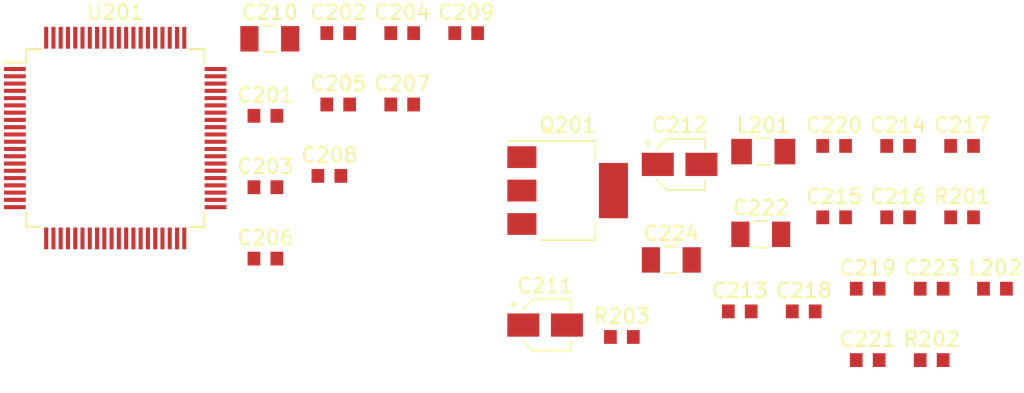
<source format=kicad_pcb>
(kicad_pcb (version 20171130) (host pcbnew "(5.0.0-rc2-103-g72238e260)")

  (general
    (thickness 1.6)
    (drawings 0)
    (tracks 0)
    (zones 0)
    (modules 31)
    (nets 67)
  )

  (page A4)
  (layers
    (0 F.Cu signal)
    (31 B.Cu signal)
    (32 B.Adhes user)
    (33 F.Adhes user)
    (34 B.Paste user)
    (35 F.Paste user)
    (36 B.SilkS user)
    (37 F.SilkS user)
    (38 B.Mask user)
    (39 F.Mask user)
    (40 Dwgs.User user)
    (41 Cmts.User user)
    (42 Eco1.User user)
    (43 Eco2.User user)
    (44 Edge.Cuts user)
    (45 Margin user)
    (46 B.CrtYd user)
    (47 F.CrtYd user)
    (48 B.Fab user)
    (49 F.Fab user)
  )

  (setup
    (last_trace_width 0.25)
    (trace_clearance 0.2)
    (zone_clearance 0.508)
    (zone_45_only no)
    (trace_min 0.2)
    (segment_width 0.2)
    (edge_width 0.15)
    (via_size 0.8)
    (via_drill 0.4)
    (via_min_size 0.4)
    (via_min_drill 0.3)
    (uvia_size 0.3)
    (uvia_drill 0.1)
    (uvias_allowed no)
    (uvia_min_size 0.2)
    (uvia_min_drill 0.1)
    (pcb_text_width 0.3)
    (pcb_text_size 1.5 1.5)
    (mod_edge_width 0.15)
    (mod_text_size 1 1)
    (mod_text_width 0.15)
    (pad_size 1.524 1.524)
    (pad_drill 0.762)
    (pad_to_mask_clearance 0.2)
    (aux_axis_origin 0 0)
    (visible_elements FFFFFF7F)
    (pcbplotparams
      (layerselection 0x010fc_ffffffff)
      (usegerberextensions false)
      (usegerberattributes false)
      (usegerberadvancedattributes false)
      (creategerberjobfile false)
      (excludeedgelayer true)
      (linewidth 0.100000)
      (plotframeref false)
      (viasonmask false)
      (mode 1)
      (useauxorigin false)
      (hpglpennumber 1)
      (hpglpenspeed 20)
      (hpglpendiameter 15.000000)
      (psnegative false)
      (psa4output false)
      (plotreference true)
      (plotvalue true)
      (plotinvisibletext false)
      (padsonsilk false)
      (subtractmaskfromsilk false)
      (outputformat 1)
      (mirror false)
      (drillshape 1)
      (scaleselection 1)
      (outputdirectory ""))
  )

  (net 0 "")
  (net 1 /ADAU1966-DAC/AVDD)
  (net 2 GND)
  (net 3 /ADAU1966-DAC/DVDD)
  (net 4 /ADAU1966-DAC/LF)
  (net 5 /ADAU1966-DAC/PLLVDD)
  (net 6 "Net-(U201-Pad17)")
  (net 7 "Net-(U201-Pad18)")
  (net 8 /ADAU1966-DAC/IOVDD)
  (net 9 /ADAU1966-DAC/DAT8)
  (net 10 /ADAU1966-DAC/DAT7)
  (net 11 /ADAU1966-DAC/DAT6)
  (net 12 /ADAU1966-DAC/DAT5)
  (net 13 /ADAU1966-DAC/DAT4)
  (net 14 /ADAU1966-DAC/DAT3)
  (net 15 "Net-(U201-Pad62)")
  (net 16 "Net-(U201-Pad63)")
  (net 17 "Net-(C214-Pad2)")
  (net 18 "Net-(C215-Pad2)")
  (net 19 "Net-(C217-Pad2)")
  (net 20 "Net-(C218-Pad2)")
  (net 21 "Net-(C219-Pad2)")
  (net 22 /ADAU1966-DAC/5V)
  (net 23 "Net-(Q201-Pad1)")
  (net 24 "Net-(R202-Pad2)")
  (net 25 /ADAU1966-DAC/DAC13+)
  (net 26 /ADAU1966-DAC/DAC13-)
  (net 27 /ADAU1966-DAC/DAC14+)
  (net 28 /ADAU1966-DAC/DAC14-)
  (net 29 /ADAU1966-DAC/DAC15+)
  (net 30 /ADAU1966-DAC/DAC15-)
  (net 31 /ADAU1966-DAC/DAC16+)
  (net 32 /ADAU1966-DAC/DAC16-)
  (net 33 /ADAU1966-DAC/MCLKO)
  (net 34 /ADAU1966-DAC/BCLK)
  (net 35 /ADAU1966-DAC/LRCLK)
  (net 36 /ADAU1966-DAC/DAT2)
  (net 37 /ADAU1966-DAC/DAT1)
  (net 38 /ADAU1966-DAC/CDATA)
  (net 39 /ADAU1966-DAC/COUT)
  (net 40 /ADAU1966-DAC/CCLK)
  (net 41 /ADAU1966-DAC/~CLATCH)
  (net 42 /ADAU1966-DAC/PU~RST)
  (net 43 /ADAU1966-DAC/DAC1+)
  (net 44 /ADAU1966-DAC/DAC1-)
  (net 45 /ADAU1966-DAC/DAC2+)
  (net 46 /ADAU1966-DAC/DAC2-)
  (net 47 /ADAU1966-DAC/DAC3+)
  (net 48 /ADAU1966-DAC/DAC3-)
  (net 49 /ADAU1966-DAC/DAC4+)
  (net 50 /ADAU1966-DAC/DAC4-)
  (net 51 /ADAU1966-DAC/DAC5+)
  (net 52 /ADAU1966-DAC/DAC5-)
  (net 53 /ADAU1966-DAC/DAC6+)
  (net 54 /ADAU1966-DAC/DAC6-)
  (net 55 /ADAU1966-DAC/DAC7+)
  (net 56 /ADAU1966-DAC/DAC7-)
  (net 57 /ADAU1966-DAC/DAC8+)
  (net 58 /ADAU1966-DAC/DAC8-)
  (net 59 /ADAU1966-DAC/DAC9+)
  (net 60 /ADAU1966-DAC/DAC9-)
  (net 61 /ADAU1966-DAC/DAC10+)
  (net 62 /ADAU1966-DAC/DAC10-)
  (net 63 /ADAU1966-DAC/DAC11+)
  (net 64 /ADAU1966-DAC/DAC11-)
  (net 65 /ADAU1966-DAC/DAC12+)
  (net 66 /ADAU1966-DAC/DAC12-)

  (net_class Default "This is the default net class."
    (clearance 0.2)
    (trace_width 0.25)
    (via_dia 0.8)
    (via_drill 0.4)
    (uvia_dia 0.3)
    (uvia_drill 0.1)
    (add_net /ADAU1966-DAC/5V)
    (add_net /ADAU1966-DAC/AVDD)
    (add_net /ADAU1966-DAC/BCLK)
    (add_net /ADAU1966-DAC/CCLK)
    (add_net /ADAU1966-DAC/CDATA)
    (add_net /ADAU1966-DAC/COUT)
    (add_net /ADAU1966-DAC/DAC1+)
    (add_net /ADAU1966-DAC/DAC1-)
    (add_net /ADAU1966-DAC/DAC10+)
    (add_net /ADAU1966-DAC/DAC10-)
    (add_net /ADAU1966-DAC/DAC11+)
    (add_net /ADAU1966-DAC/DAC11-)
    (add_net /ADAU1966-DAC/DAC12+)
    (add_net /ADAU1966-DAC/DAC12-)
    (add_net /ADAU1966-DAC/DAC13+)
    (add_net /ADAU1966-DAC/DAC13-)
    (add_net /ADAU1966-DAC/DAC14+)
    (add_net /ADAU1966-DAC/DAC14-)
    (add_net /ADAU1966-DAC/DAC15+)
    (add_net /ADAU1966-DAC/DAC15-)
    (add_net /ADAU1966-DAC/DAC16+)
    (add_net /ADAU1966-DAC/DAC16-)
    (add_net /ADAU1966-DAC/DAC2+)
    (add_net /ADAU1966-DAC/DAC2-)
    (add_net /ADAU1966-DAC/DAC3+)
    (add_net /ADAU1966-DAC/DAC3-)
    (add_net /ADAU1966-DAC/DAC4+)
    (add_net /ADAU1966-DAC/DAC4-)
    (add_net /ADAU1966-DAC/DAC5+)
    (add_net /ADAU1966-DAC/DAC5-)
    (add_net /ADAU1966-DAC/DAC6+)
    (add_net /ADAU1966-DAC/DAC6-)
    (add_net /ADAU1966-DAC/DAC7+)
    (add_net /ADAU1966-DAC/DAC7-)
    (add_net /ADAU1966-DAC/DAC8+)
    (add_net /ADAU1966-DAC/DAC8-)
    (add_net /ADAU1966-DAC/DAC9+)
    (add_net /ADAU1966-DAC/DAC9-)
    (add_net /ADAU1966-DAC/DAT1)
    (add_net /ADAU1966-DAC/DAT2)
    (add_net /ADAU1966-DAC/DAT3)
    (add_net /ADAU1966-DAC/DAT4)
    (add_net /ADAU1966-DAC/DAT5)
    (add_net /ADAU1966-DAC/DAT6)
    (add_net /ADAU1966-DAC/DAT7)
    (add_net /ADAU1966-DAC/DAT8)
    (add_net /ADAU1966-DAC/DVDD)
    (add_net /ADAU1966-DAC/IOVDD)
    (add_net /ADAU1966-DAC/LF)
    (add_net /ADAU1966-DAC/LRCLK)
    (add_net /ADAU1966-DAC/MCLKO)
    (add_net /ADAU1966-DAC/PLLVDD)
    (add_net /ADAU1966-DAC/PU~RST)
    (add_net /ADAU1966-DAC/~CLATCH)
    (add_net GND)
    (add_net "Net-(C214-Pad2)")
    (add_net "Net-(C215-Pad2)")
    (add_net "Net-(C217-Pad2)")
    (add_net "Net-(C218-Pad2)")
    (add_net "Net-(C219-Pad2)")
    (add_net "Net-(Q201-Pad1)")
    (add_net "Net-(R202-Pad2)")
    (add_net "Net-(U201-Pad17)")
    (add_net "Net-(U201-Pad18)")
    (add_net "Net-(U201-Pad62)")
    (add_net "Net-(U201-Pad63)")
  )

  (module Capacitor_SMD:C_0603_1608Metric (layer F.Cu) (tedit 5B198B65) (tstamp 5B26F2EB)
    (at 116.583571 58.8775)
    (descr "Capacitor SMD 0603 (1608 Metric), square (rectangular) end terminal, IPC_7351 nominal, (Body size source: http://www.tortai-tech.com/upload/download/2011102023233369053.pdf), generated with kicad-footprint-generator")
    (tags capacitor)
    (path /5B1CDB10/5B1CDEF4)
    (attr smd)
    (fp_text reference C201 (at 0 -1.43) (layer F.SilkS)
      (effects (font (size 1 1) (thickness 0.15)))
    )
    (fp_text value 100n (at 0 1.43) (layer F.Fab)
      (effects (font (size 1 1) (thickness 0.15)))
    )
    (fp_line (start -0.8 0.4) (end -0.8 -0.4) (layer F.Fab) (width 0.1))
    (fp_line (start -0.8 -0.4) (end 0.8 -0.4) (layer F.Fab) (width 0.1))
    (fp_line (start 0.8 -0.4) (end 0.8 0.4) (layer F.Fab) (width 0.1))
    (fp_line (start 0.8 0.4) (end -0.8 0.4) (layer F.Fab) (width 0.1))
    (fp_line (start -1.48 0.73) (end -1.48 -0.73) (layer F.CrtYd) (width 0.05))
    (fp_line (start -1.48 -0.73) (end 1.48 -0.73) (layer F.CrtYd) (width 0.05))
    (fp_line (start 1.48 -0.73) (end 1.48 0.73) (layer F.CrtYd) (width 0.05))
    (fp_line (start 1.48 0.73) (end -1.48 0.73) (layer F.CrtYd) (width 0.05))
    (fp_text user %R (at 0 0) (layer F.Fab)
      (effects (font (size 0.4 0.4) (thickness 0.06)))
    )
    (pad 1 smd rect (at -0.7875 0) (size 0.875 0.95) (layers F.Cu F.Paste F.Mask)
      (net 1 /ADAU1966-DAC/AVDD))
    (pad 2 smd rect (at 0.7875 0) (size 0.875 0.95) (layers F.Cu F.Paste F.Mask)
      (net 2 GND))
    (model ${KISYS3DMOD}/Capacitor_SMD.3dshapes/C_0603_1608Metric.wrl
      (at (xyz 0 0 0))
      (scale (xyz 1 1 1))
      (rotate (xyz 0 0 0))
    )
  )

  (module Capacitor_SMD:C_0603_1608Metric (layer F.Cu) (tedit 5B198B65) (tstamp 5B26F2FA)
    (at 121.593571 53.1875)
    (descr "Capacitor SMD 0603 (1608 Metric), square (rectangular) end terminal, IPC_7351 nominal, (Body size source: http://www.tortai-tech.com/upload/download/2011102023233369053.pdf), generated with kicad-footprint-generator")
    (tags capacitor)
    (path /5B1CDB10/5B1D0171)
    (attr smd)
    (fp_text reference C202 (at 0 -1.43) (layer F.SilkS)
      (effects (font (size 1 1) (thickness 0.15)))
    )
    (fp_text value 100n (at 0 1.43) (layer F.Fab)
      (effects (font (size 1 1) (thickness 0.15)))
    )
    (fp_text user %R (at 0 0) (layer F.Fab)
      (effects (font (size 0.4 0.4) (thickness 0.06)))
    )
    (fp_line (start 1.48 0.73) (end -1.48 0.73) (layer F.CrtYd) (width 0.05))
    (fp_line (start 1.48 -0.73) (end 1.48 0.73) (layer F.CrtYd) (width 0.05))
    (fp_line (start -1.48 -0.73) (end 1.48 -0.73) (layer F.CrtYd) (width 0.05))
    (fp_line (start -1.48 0.73) (end -1.48 -0.73) (layer F.CrtYd) (width 0.05))
    (fp_line (start 0.8 0.4) (end -0.8 0.4) (layer F.Fab) (width 0.1))
    (fp_line (start 0.8 -0.4) (end 0.8 0.4) (layer F.Fab) (width 0.1))
    (fp_line (start -0.8 -0.4) (end 0.8 -0.4) (layer F.Fab) (width 0.1))
    (fp_line (start -0.8 0.4) (end -0.8 -0.4) (layer F.Fab) (width 0.1))
    (pad 2 smd rect (at 0.7875 0) (size 0.875 0.95) (layers F.Cu F.Paste F.Mask)
      (net 2 GND))
    (pad 1 smd rect (at -0.7875 0) (size 0.875 0.95) (layers F.Cu F.Paste F.Mask)
      (net 3 /ADAU1966-DAC/DVDD))
    (model ${KISYS3DMOD}/Capacitor_SMD.3dshapes/C_0603_1608Metric.wrl
      (at (xyz 0 0 0))
      (scale (xyz 1 1 1))
      (rotate (xyz 0 0 0))
    )
  )

  (module Capacitor_SMD:C_0603_1608Metric (layer F.Cu) (tedit 5B198B65) (tstamp 5B26F309)
    (at 116.583571 63.7875)
    (descr "Capacitor SMD 0603 (1608 Metric), square (rectangular) end terminal, IPC_7351 nominal, (Body size source: http://www.tortai-tech.com/upload/download/2011102023233369053.pdf), generated with kicad-footprint-generator")
    (tags capacitor)
    (path /5B1CDB10/5B1CDF4C)
    (attr smd)
    (fp_text reference C203 (at 0 -1.43) (layer F.SilkS)
      (effects (font (size 1 1) (thickness 0.15)))
    )
    (fp_text value 100n (at 0 1.43) (layer F.Fab)
      (effects (font (size 1 1) (thickness 0.15)))
    )
    (fp_text user %R (at 0 0) (layer F.Fab)
      (effects (font (size 0.4 0.4) (thickness 0.06)))
    )
    (fp_line (start 1.48 0.73) (end -1.48 0.73) (layer F.CrtYd) (width 0.05))
    (fp_line (start 1.48 -0.73) (end 1.48 0.73) (layer F.CrtYd) (width 0.05))
    (fp_line (start -1.48 -0.73) (end 1.48 -0.73) (layer F.CrtYd) (width 0.05))
    (fp_line (start -1.48 0.73) (end -1.48 -0.73) (layer F.CrtYd) (width 0.05))
    (fp_line (start 0.8 0.4) (end -0.8 0.4) (layer F.Fab) (width 0.1))
    (fp_line (start 0.8 -0.4) (end 0.8 0.4) (layer F.Fab) (width 0.1))
    (fp_line (start -0.8 -0.4) (end 0.8 -0.4) (layer F.Fab) (width 0.1))
    (fp_line (start -0.8 0.4) (end -0.8 -0.4) (layer F.Fab) (width 0.1))
    (pad 2 smd rect (at 0.7875 0) (size 0.875 0.95) (layers F.Cu F.Paste F.Mask)
      (net 2 GND))
    (pad 1 smd rect (at -0.7875 0) (size 0.875 0.95) (layers F.Cu F.Paste F.Mask)
      (net 1 /ADAU1966-DAC/AVDD))
    (model ${KISYS3DMOD}/Capacitor_SMD.3dshapes/C_0603_1608Metric.wrl
      (at (xyz 0 0 0))
      (scale (xyz 1 1 1))
      (rotate (xyz 0 0 0))
    )
  )

  (module Capacitor_SMD:C_0603_1608Metric (layer F.Cu) (tedit 5B198B65) (tstamp 5B26F318)
    (at 125.993571 53.1875)
    (descr "Capacitor SMD 0603 (1608 Metric), square (rectangular) end terminal, IPC_7351 nominal, (Body size source: http://www.tortai-tech.com/upload/download/2011102023233369053.pdf), generated with kicad-footprint-generator")
    (tags capacitor)
    (path /5B1CDB10/5B1D0178)
    (attr smd)
    (fp_text reference C204 (at 0 -1.43) (layer F.SilkS)
      (effects (font (size 1 1) (thickness 0.15)))
    )
    (fp_text value 100n (at 0 1.43) (layer F.Fab)
      (effects (font (size 1 1) (thickness 0.15)))
    )
    (fp_line (start -0.8 0.4) (end -0.8 -0.4) (layer F.Fab) (width 0.1))
    (fp_line (start -0.8 -0.4) (end 0.8 -0.4) (layer F.Fab) (width 0.1))
    (fp_line (start 0.8 -0.4) (end 0.8 0.4) (layer F.Fab) (width 0.1))
    (fp_line (start 0.8 0.4) (end -0.8 0.4) (layer F.Fab) (width 0.1))
    (fp_line (start -1.48 0.73) (end -1.48 -0.73) (layer F.CrtYd) (width 0.05))
    (fp_line (start -1.48 -0.73) (end 1.48 -0.73) (layer F.CrtYd) (width 0.05))
    (fp_line (start 1.48 -0.73) (end 1.48 0.73) (layer F.CrtYd) (width 0.05))
    (fp_line (start 1.48 0.73) (end -1.48 0.73) (layer F.CrtYd) (width 0.05))
    (fp_text user %R (at 0 0) (layer F.Fab)
      (effects (font (size 0.4 0.4) (thickness 0.06)))
    )
    (pad 1 smd rect (at -0.7875 0) (size 0.875 0.95) (layers F.Cu F.Paste F.Mask)
      (net 3 /ADAU1966-DAC/DVDD))
    (pad 2 smd rect (at 0.7875 0) (size 0.875 0.95) (layers F.Cu F.Paste F.Mask)
      (net 2 GND))
    (model ${KISYS3DMOD}/Capacitor_SMD.3dshapes/C_0603_1608Metric.wrl
      (at (xyz 0 0 0))
      (scale (xyz 1 1 1))
      (rotate (xyz 0 0 0))
    )
  )

  (module Capacitor_SMD:C_0603_1608Metric (layer F.Cu) (tedit 5B198B65) (tstamp 5B26F327)
    (at 121.593571 58.0975)
    (descr "Capacitor SMD 0603 (1608 Metric), square (rectangular) end terminal, IPC_7351 nominal, (Body size source: http://www.tortai-tech.com/upload/download/2011102023233369053.pdf), generated with kicad-footprint-generator")
    (tags capacitor)
    (path /5B1CDB10/5B1CDF7E)
    (attr smd)
    (fp_text reference C205 (at 0 -1.43) (layer F.SilkS)
      (effects (font (size 1 1) (thickness 0.15)))
    )
    (fp_text value 100n (at 0 1.43) (layer F.Fab)
      (effects (font (size 1 1) (thickness 0.15)))
    )
    (fp_line (start -0.8 0.4) (end -0.8 -0.4) (layer F.Fab) (width 0.1))
    (fp_line (start -0.8 -0.4) (end 0.8 -0.4) (layer F.Fab) (width 0.1))
    (fp_line (start 0.8 -0.4) (end 0.8 0.4) (layer F.Fab) (width 0.1))
    (fp_line (start 0.8 0.4) (end -0.8 0.4) (layer F.Fab) (width 0.1))
    (fp_line (start -1.48 0.73) (end -1.48 -0.73) (layer F.CrtYd) (width 0.05))
    (fp_line (start -1.48 -0.73) (end 1.48 -0.73) (layer F.CrtYd) (width 0.05))
    (fp_line (start 1.48 -0.73) (end 1.48 0.73) (layer F.CrtYd) (width 0.05))
    (fp_line (start 1.48 0.73) (end -1.48 0.73) (layer F.CrtYd) (width 0.05))
    (fp_text user %R (at 0 0) (layer F.Fab)
      (effects (font (size 0.4 0.4) (thickness 0.06)))
    )
    (pad 1 smd rect (at -0.7875 0) (size 0.875 0.95) (layers F.Cu F.Paste F.Mask)
      (net 1 /ADAU1966-DAC/AVDD))
    (pad 2 smd rect (at 0.7875 0) (size 0.875 0.95) (layers F.Cu F.Paste F.Mask)
      (net 2 GND))
    (model ${KISYS3DMOD}/Capacitor_SMD.3dshapes/C_0603_1608Metric.wrl
      (at (xyz 0 0 0))
      (scale (xyz 1 1 1))
      (rotate (xyz 0 0 0))
    )
  )

  (module Capacitor_SMD:C_0603_1608Metric (layer F.Cu) (tedit 5B198B65) (tstamp 5B26F336)
    (at 116.583571 68.6975)
    (descr "Capacitor SMD 0603 (1608 Metric), square (rectangular) end terminal, IPC_7351 nominal, (Body size source: http://www.tortai-tech.com/upload/download/2011102023233369053.pdf), generated with kicad-footprint-generator")
    (tags capacitor)
    (path /5B1CDB10/5B1D0180)
    (attr smd)
    (fp_text reference C206 (at 0 -1.43) (layer F.SilkS)
      (effects (font (size 1 1) (thickness 0.15)))
    )
    (fp_text value 100n (at 0 1.43) (layer F.Fab)
      (effects (font (size 1 1) (thickness 0.15)))
    )
    (fp_text user %R (at 0 0) (layer F.Fab)
      (effects (font (size 0.4 0.4) (thickness 0.06)))
    )
    (fp_line (start 1.48 0.73) (end -1.48 0.73) (layer F.CrtYd) (width 0.05))
    (fp_line (start 1.48 -0.73) (end 1.48 0.73) (layer F.CrtYd) (width 0.05))
    (fp_line (start -1.48 -0.73) (end 1.48 -0.73) (layer F.CrtYd) (width 0.05))
    (fp_line (start -1.48 0.73) (end -1.48 -0.73) (layer F.CrtYd) (width 0.05))
    (fp_line (start 0.8 0.4) (end -0.8 0.4) (layer F.Fab) (width 0.1))
    (fp_line (start 0.8 -0.4) (end 0.8 0.4) (layer F.Fab) (width 0.1))
    (fp_line (start -0.8 -0.4) (end 0.8 -0.4) (layer F.Fab) (width 0.1))
    (fp_line (start -0.8 0.4) (end -0.8 -0.4) (layer F.Fab) (width 0.1))
    (pad 2 smd rect (at 0.7875 0) (size 0.875 0.95) (layers F.Cu F.Paste F.Mask)
      (net 2 GND))
    (pad 1 smd rect (at -0.7875 0) (size 0.875 0.95) (layers F.Cu F.Paste F.Mask)
      (net 3 /ADAU1966-DAC/DVDD))
    (model ${KISYS3DMOD}/Capacitor_SMD.3dshapes/C_0603_1608Metric.wrl
      (at (xyz 0 0 0))
      (scale (xyz 1 1 1))
      (rotate (xyz 0 0 0))
    )
  )

  (module Capacitor_SMD:C_0603_1608Metric (layer F.Cu) (tedit 5B198B65) (tstamp 5B26F345)
    (at 125.993571 58.0975)
    (descr "Capacitor SMD 0603 (1608 Metric), square (rectangular) end terminal, IPC_7351 nominal, (Body size source: http://www.tortai-tech.com/upload/download/2011102023233369053.pdf), generated with kicad-footprint-generator")
    (tags capacitor)
    (path /5B1CDB10/5B1CE0DB)
    (attr smd)
    (fp_text reference C207 (at 0 -1.43) (layer F.SilkS)
      (effects (font (size 1 1) (thickness 0.15)))
    )
    (fp_text value 100n (at 0 1.43) (layer F.Fab)
      (effects (font (size 1 1) (thickness 0.15)))
    )
    (fp_text user %R (at 0 0) (layer F.Fab)
      (effects (font (size 0.4 0.4) (thickness 0.06)))
    )
    (fp_line (start 1.48 0.73) (end -1.48 0.73) (layer F.CrtYd) (width 0.05))
    (fp_line (start 1.48 -0.73) (end 1.48 0.73) (layer F.CrtYd) (width 0.05))
    (fp_line (start -1.48 -0.73) (end 1.48 -0.73) (layer F.CrtYd) (width 0.05))
    (fp_line (start -1.48 0.73) (end -1.48 -0.73) (layer F.CrtYd) (width 0.05))
    (fp_line (start 0.8 0.4) (end -0.8 0.4) (layer F.Fab) (width 0.1))
    (fp_line (start 0.8 -0.4) (end 0.8 0.4) (layer F.Fab) (width 0.1))
    (fp_line (start -0.8 -0.4) (end 0.8 -0.4) (layer F.Fab) (width 0.1))
    (fp_line (start -0.8 0.4) (end -0.8 -0.4) (layer F.Fab) (width 0.1))
    (pad 2 smd rect (at 0.7875 0) (size 0.875 0.95) (layers F.Cu F.Paste F.Mask)
      (net 2 GND))
    (pad 1 smd rect (at -0.7875 0) (size 0.875 0.95) (layers F.Cu F.Paste F.Mask)
      (net 1 /ADAU1966-DAC/AVDD))
    (model ${KISYS3DMOD}/Capacitor_SMD.3dshapes/C_0603_1608Metric.wrl
      (at (xyz 0 0 0))
      (scale (xyz 1 1 1))
      (rotate (xyz 0 0 0))
    )
  )

  (module Capacitor_SMD:C_0603_1608Metric (layer F.Cu) (tedit 5B198B65) (tstamp 5B26F354)
    (at 120.983571 63.0075)
    (descr "Capacitor SMD 0603 (1608 Metric), square (rectangular) end terminal, IPC_7351 nominal, (Body size source: http://www.tortai-tech.com/upload/download/2011102023233369053.pdf), generated with kicad-footprint-generator")
    (tags capacitor)
    (path /5B1CDB10/5B1D01A1)
    (attr smd)
    (fp_text reference C208 (at 0 -1.43) (layer F.SilkS)
      (effects (font (size 1 1) (thickness 0.15)))
    )
    (fp_text value 1u (at 0 1.43) (layer F.Fab)
      (effects (font (size 1 1) (thickness 0.15)))
    )
    (fp_line (start -0.8 0.4) (end -0.8 -0.4) (layer F.Fab) (width 0.1))
    (fp_line (start -0.8 -0.4) (end 0.8 -0.4) (layer F.Fab) (width 0.1))
    (fp_line (start 0.8 -0.4) (end 0.8 0.4) (layer F.Fab) (width 0.1))
    (fp_line (start 0.8 0.4) (end -0.8 0.4) (layer F.Fab) (width 0.1))
    (fp_line (start -1.48 0.73) (end -1.48 -0.73) (layer F.CrtYd) (width 0.05))
    (fp_line (start -1.48 -0.73) (end 1.48 -0.73) (layer F.CrtYd) (width 0.05))
    (fp_line (start 1.48 -0.73) (end 1.48 0.73) (layer F.CrtYd) (width 0.05))
    (fp_line (start 1.48 0.73) (end -1.48 0.73) (layer F.CrtYd) (width 0.05))
    (fp_text user %R (at 0 0) (layer F.Fab)
      (effects (font (size 0.4 0.4) (thickness 0.06)))
    )
    (pad 1 smd rect (at -0.7875 0) (size 0.875 0.95) (layers F.Cu F.Paste F.Mask)
      (net 3 /ADAU1966-DAC/DVDD))
    (pad 2 smd rect (at 0.7875 0) (size 0.875 0.95) (layers F.Cu F.Paste F.Mask)
      (net 2 GND))
    (model ${KISYS3DMOD}/Capacitor_SMD.3dshapes/C_0603_1608Metric.wrl
      (at (xyz 0 0 0))
      (scale (xyz 1 1 1))
      (rotate (xyz 0 0 0))
    )
  )

  (module Capacitor_SMD:C_0603_1608Metric (layer F.Cu) (tedit 5B198B65) (tstamp 5B26F363)
    (at 130.393571 53.1875)
    (descr "Capacitor SMD 0603 (1608 Metric), square (rectangular) end terminal, IPC_7351 nominal, (Body size source: http://www.tortai-tech.com/upload/download/2011102023233369053.pdf), generated with kicad-footprint-generator")
    (tags capacitor)
    (path /5B1CDB10/5B1CE704)
    (attr smd)
    (fp_text reference C209 (at 0 -1.43) (layer F.SilkS)
      (effects (font (size 1 1) (thickness 0.15)))
    )
    (fp_text value 1u (at 0 1.43) (layer F.Fab)
      (effects (font (size 1 1) (thickness 0.15)))
    )
    (fp_line (start -0.8 0.4) (end -0.8 -0.4) (layer F.Fab) (width 0.1))
    (fp_line (start -0.8 -0.4) (end 0.8 -0.4) (layer F.Fab) (width 0.1))
    (fp_line (start 0.8 -0.4) (end 0.8 0.4) (layer F.Fab) (width 0.1))
    (fp_line (start 0.8 0.4) (end -0.8 0.4) (layer F.Fab) (width 0.1))
    (fp_line (start -1.48 0.73) (end -1.48 -0.73) (layer F.CrtYd) (width 0.05))
    (fp_line (start -1.48 -0.73) (end 1.48 -0.73) (layer F.CrtYd) (width 0.05))
    (fp_line (start 1.48 -0.73) (end 1.48 0.73) (layer F.CrtYd) (width 0.05))
    (fp_line (start 1.48 0.73) (end -1.48 0.73) (layer F.CrtYd) (width 0.05))
    (fp_text user %R (at 0 0) (layer F.Fab)
      (effects (font (size 0.4 0.4) (thickness 0.06)))
    )
    (pad 1 smd rect (at -0.7875 0) (size 0.875 0.95) (layers F.Cu F.Paste F.Mask)
      (net 1 /ADAU1966-DAC/AVDD))
    (pad 2 smd rect (at 0.7875 0) (size 0.875 0.95) (layers F.Cu F.Paste F.Mask)
      (net 2 GND))
    (model ${KISYS3DMOD}/Capacitor_SMD.3dshapes/C_0603_1608Metric.wrl
      (at (xyz 0 0 0))
      (scale (xyz 1 1 1))
      (rotate (xyz 0 0 0))
    )
  )

  (module Capacitor_SMD:C_1206_3216Metric (layer F.Cu) (tedit 5B198B65) (tstamp 5B26F374)
    (at 116.885001 53.5775)
    (descr "Capacitor SMD 1206 (3216 Metric), square (rectangular) end terminal, IPC_7351 nominal, (Body size source: http://www.tortai-tech.com/upload/download/2011102023233369053.pdf), generated with kicad-footprint-generator")
    (tags capacitor)
    (path /5B1CDB10/5B1CEA4B)
    (attr smd)
    (fp_text reference C210 (at 0 -1.82) (layer F.SilkS)
      (effects (font (size 1 1) (thickness 0.15)))
    )
    (fp_text value 10u (at 0 1.82) (layer F.Fab)
      (effects (font (size 1 1) (thickness 0.15)))
    )
    (fp_line (start -1.6 0.8) (end -1.6 -0.8) (layer F.Fab) (width 0.1))
    (fp_line (start -1.6 -0.8) (end 1.6 -0.8) (layer F.Fab) (width 0.1))
    (fp_line (start 1.6 -0.8) (end 1.6 0.8) (layer F.Fab) (width 0.1))
    (fp_line (start 1.6 0.8) (end -1.6 0.8) (layer F.Fab) (width 0.1))
    (fp_line (start -0.455 -0.91) (end 0.455 -0.91) (layer F.SilkS) (width 0.12))
    (fp_line (start -0.455 0.91) (end 0.455 0.91) (layer F.SilkS) (width 0.12))
    (fp_line (start -2.28 1.12) (end -2.28 -1.12) (layer F.CrtYd) (width 0.05))
    (fp_line (start -2.28 -1.12) (end 2.28 -1.12) (layer F.CrtYd) (width 0.05))
    (fp_line (start 2.28 -1.12) (end 2.28 1.12) (layer F.CrtYd) (width 0.05))
    (fp_line (start 2.28 1.12) (end -2.28 1.12) (layer F.CrtYd) (width 0.05))
    (fp_text user %R (at 0 0) (layer F.Fab)
      (effects (font (size 0.8 0.8) (thickness 0.12)))
    )
    (pad 1 smd rect (at -1.4 0) (size 1.25 1.75) (layers F.Cu F.Paste F.Mask)
      (net 1 /ADAU1966-DAC/AVDD))
    (pad 2 smd rect (at 1.4 0) (size 1.25 1.75) (layers F.Cu F.Paste F.Mask)
      (net 2 GND))
    (model ${KISYS3DMOD}/Capacitor_SMD.3dshapes/C_1206_3216Metric.wrl
      (at (xyz 0 0 0))
      (scale (xyz 1 1 1))
      (rotate (xyz 0 0 0))
    )
  )

  (module Package_QFP:LQFP-80_12x12mm_P0.5mm (layer F.Cu) (tedit 5A02F146) (tstamp 5B26F3EA)
    (at 106.255001 60.4075)
    (descr "LQFP80: plastic low profile quad flat package; 80 leads; body 12 x 12 x 1.4 mm (see NXP sot315-1_po.pdf and sot315-1_fr.pdf)")
    (tags "QFP 0.5")
    (path /5B1CDB10/5B1CDB84)
    (attr smd)
    (fp_text reference U201 (at 0 -8.65) (layer F.SilkS)
      (effects (font (size 1 1) (thickness 0.15)))
    )
    (fp_text value ADAU1966 (at 0 8.65) (layer F.Fab)
      (effects (font (size 1 1) (thickness 0.15)))
    )
    (fp_text user %R (at 0 0) (layer F.Fab)
      (effects (font (size 1 1) (thickness 0.15)))
    )
    (fp_line (start -5 -6) (end 6 -6) (layer F.Fab) (width 0.15))
    (fp_line (start 6 -6) (end 6 6) (layer F.Fab) (width 0.15))
    (fp_line (start 6 6) (end -6 6) (layer F.Fab) (width 0.15))
    (fp_line (start -6 6) (end -6 -5) (layer F.Fab) (width 0.15))
    (fp_line (start -6 -5) (end -5 -6) (layer F.Fab) (width 0.15))
    (fp_line (start -7.9 -7.9) (end -7.9 7.9) (layer F.CrtYd) (width 0.05))
    (fp_line (start 7.9 -7.9) (end 7.9 7.9) (layer F.CrtYd) (width 0.05))
    (fp_line (start -7.9 -7.9) (end 7.9 -7.9) (layer F.CrtYd) (width 0.05))
    (fp_line (start -7.9 7.9) (end 7.9 7.9) (layer F.CrtYd) (width 0.05))
    (fp_line (start -6.125 -6.125) (end -6.125 -5.2) (layer F.SilkS) (width 0.15))
    (fp_line (start 6.125 -6.125) (end 6.125 -5.115) (layer F.SilkS) (width 0.15))
    (fp_line (start 6.125 6.125) (end 6.125 5.115) (layer F.SilkS) (width 0.15))
    (fp_line (start -6.125 6.125) (end -6.125 5.115) (layer F.SilkS) (width 0.15))
    (fp_line (start -6.125 -6.125) (end -5.115 -6.125) (layer F.SilkS) (width 0.15))
    (fp_line (start -6.125 6.125) (end -5.115 6.125) (layer F.SilkS) (width 0.15))
    (fp_line (start 6.125 6.125) (end 5.115 6.125) (layer F.SilkS) (width 0.15))
    (fp_line (start 6.125 -6.125) (end 5.115 -6.125) (layer F.SilkS) (width 0.15))
    (fp_line (start -6.125 -5.2) (end -7.65 -5.2) (layer F.SilkS) (width 0.15))
    (pad 1 smd rect (at -6.9 -4.75) (size 1.5 0.28) (layers F.Cu F.Paste F.Mask)
      (net 17 "Net-(C214-Pad2)"))
    (pad 2 smd rect (at -6.9 -4.25) (size 1.5 0.28) (layers F.Cu F.Paste F.Mask)
      (net 19 "Net-(C217-Pad2)"))
    (pad 3 smd rect (at -6.9 -3.75) (size 1.5 0.28) (layers F.Cu F.Paste F.Mask)
      (net 1 /ADAU1966-DAC/AVDD))
    (pad 4 smd rect (at -6.9 -3.25) (size 1.5 0.28) (layers F.Cu F.Paste F.Mask)
      (net 25 /ADAU1966-DAC/DAC13+))
    (pad 5 smd rect (at -6.9 -2.75) (size 1.5 0.28) (layers F.Cu F.Paste F.Mask)
      (net 26 /ADAU1966-DAC/DAC13-))
    (pad 6 smd rect (at -6.9 -2.25) (size 1.5 0.28) (layers F.Cu F.Paste F.Mask)
      (net 27 /ADAU1966-DAC/DAC14+))
    (pad 7 smd rect (at -6.9 -1.75) (size 1.5 0.28) (layers F.Cu F.Paste F.Mask)
      (net 28 /ADAU1966-DAC/DAC14-))
    (pad 8 smd rect (at -6.9 -1.25) (size 1.5 0.28) (layers F.Cu F.Paste F.Mask)
      (net 29 /ADAU1966-DAC/DAC15+))
    (pad 9 smd rect (at -6.9 -0.75) (size 1.5 0.28) (layers F.Cu F.Paste F.Mask)
      (net 30 /ADAU1966-DAC/DAC15-))
    (pad 10 smd rect (at -6.9 -0.25) (size 1.5 0.28) (layers F.Cu F.Paste F.Mask)
      (net 31 /ADAU1966-DAC/DAC16+))
    (pad 11 smd rect (at -6.9 0.25) (size 1.5 0.28) (layers F.Cu F.Paste F.Mask)
      (net 32 /ADAU1966-DAC/DAC16-))
    (pad 12 smd rect (at -6.9 0.75) (size 1.5 0.28) (layers F.Cu F.Paste F.Mask)
      (net 1 /ADAU1966-DAC/AVDD))
    (pad 13 smd rect (at -6.9 1.25) (size 1.5 0.28) (layers F.Cu F.Paste F.Mask)
      (net 2 GND))
    (pad 14 smd rect (at -6.9 1.75) (size 1.5 0.28) (layers F.Cu F.Paste F.Mask)
      (net 2 GND))
    (pad 15 smd rect (at -6.9 2.25) (size 1.5 0.28) (layers F.Cu F.Paste F.Mask)
      (net 4 /ADAU1966-DAC/LF))
    (pad 16 smd rect (at -6.9 2.75) (size 1.5 0.28) (layers F.Cu F.Paste F.Mask)
      (net 5 /ADAU1966-DAC/PLLVDD))
    (pad 17 smd rect (at -6.9 3.25) (size 1.5 0.28) (layers F.Cu F.Paste F.Mask)
      (net 6 "Net-(U201-Pad17)"))
    (pad 18 smd rect (at -6.9 3.75) (size 1.5 0.28) (layers F.Cu F.Paste F.Mask)
      (net 7 "Net-(U201-Pad18)"))
    (pad 19 smd rect (at -6.9 4.25) (size 1.5 0.28) (layers F.Cu F.Paste F.Mask)
      (net 33 /ADAU1966-DAC/MCLKO))
    (pad 20 smd rect (at -6.9 4.75) (size 1.5 0.28) (layers F.Cu F.Paste F.Mask)
      (net 3 /ADAU1966-DAC/DVDD))
    (pad 21 smd rect (at -4.75 6.9 90) (size 1.5 0.28) (layers F.Cu F.Paste F.Mask)
      (net 2 GND))
    (pad 22 smd rect (at -4.25 6.9 90) (size 1.5 0.28) (layers F.Cu F.Paste F.Mask)
      (net 8 /ADAU1966-DAC/IOVDD))
    (pad 23 smd rect (at -3.75 6.9 90) (size 1.5 0.28) (layers F.Cu F.Paste F.Mask)
      (net 3 /ADAU1966-DAC/DVDD))
    (pad 24 smd rect (at -3.25 6.9 90) (size 1.5 0.28) (layers F.Cu F.Paste F.Mask)
      (net 23 "Net-(Q201-Pad1)"))
    (pad 25 smd rect (at -2.75 6.9 90) (size 1.5 0.28) (layers F.Cu F.Paste F.Mask)
      (net 22 /ADAU1966-DAC/5V))
    (pad 26 smd rect (at -2.25 6.9 90) (size 1.5 0.28) (layers F.Cu F.Paste F.Mask)
      (net 2 GND))
    (pad 27 smd rect (at -1.75 6.9 90) (size 1.5 0.28) (layers F.Cu F.Paste F.Mask)
      (net 34 /ADAU1966-DAC/BCLK))
    (pad 28 smd rect (at -1.25 6.9 90) (size 1.5 0.28) (layers F.Cu F.Paste F.Mask)
      (net 35 /ADAU1966-DAC/LRCLK))
    (pad 29 smd rect (at -0.75 6.9 90) (size 1.5 0.28) (layers F.Cu F.Paste F.Mask)
      (net 3 /ADAU1966-DAC/DVDD))
    (pad 30 smd rect (at -0.25 6.9 90) (size 1.5 0.28) (layers F.Cu F.Paste F.Mask)
      (net 2 GND))
    (pad 31 smd rect (at 0.25 6.9 90) (size 1.5 0.28) (layers F.Cu F.Paste F.Mask)
      (net 9 /ADAU1966-DAC/DAT8))
    (pad 32 smd rect (at 0.75 6.9 90) (size 1.5 0.28) (layers F.Cu F.Paste F.Mask)
      (net 10 /ADAU1966-DAC/DAT7))
    (pad 33 smd rect (at 1.25 6.9 90) (size 1.5 0.28) (layers F.Cu F.Paste F.Mask)
      (net 11 /ADAU1966-DAC/DAT6))
    (pad 34 smd rect (at 1.75 6.9 90) (size 1.5 0.28) (layers F.Cu F.Paste F.Mask)
      (net 12 /ADAU1966-DAC/DAT5))
    (pad 35 smd rect (at 2.25 6.9 90) (size 1.5 0.28) (layers F.Cu F.Paste F.Mask)
      (net 13 /ADAU1966-DAC/DAT4))
    (pad 36 smd rect (at 2.75 6.9 90) (size 1.5 0.28) (layers F.Cu F.Paste F.Mask)
      (net 14 /ADAU1966-DAC/DAT3))
    (pad 37 smd rect (at 3.25 6.9 90) (size 1.5 0.28) (layers F.Cu F.Paste F.Mask)
      (net 36 /ADAU1966-DAC/DAT2))
    (pad 38 smd rect (at 3.75 6.9 90) (size 1.5 0.28) (layers F.Cu F.Paste F.Mask)
      (net 37 /ADAU1966-DAC/DAT1))
    (pad 39 smd rect (at 4.25 6.9 90) (size 1.5 0.28) (layers F.Cu F.Paste F.Mask)
      (net 8 /ADAU1966-DAC/IOVDD))
    (pad 40 smd rect (at 4.75 6.9 90) (size 1.5 0.28) (layers F.Cu F.Paste F.Mask)
      (net 2 GND))
    (pad 41 smd rect (at 6.9 4.75) (size 1.5 0.28) (layers F.Cu F.Paste F.Mask)
      (net 3 /ADAU1966-DAC/DVDD))
    (pad 42 smd rect (at 6.9 4.25) (size 1.5 0.28) (layers F.Cu F.Paste F.Mask)
      (net 38 /ADAU1966-DAC/CDATA))
    (pad 43 smd rect (at 6.9 3.75) (size 1.5 0.28) (layers F.Cu F.Paste F.Mask)
      (net 39 /ADAU1966-DAC/COUT))
    (pad 44 smd rect (at 6.9 3.25) (size 1.5 0.28) (layers F.Cu F.Paste F.Mask)
      (net 40 /ADAU1966-DAC/CCLK))
    (pad 45 smd rect (at 6.9 2.75) (size 1.5 0.28) (layers F.Cu F.Paste F.Mask)
      (net 41 /ADAU1966-DAC/~CLATCH))
    (pad 46 smd rect (at 6.9 2.25) (size 1.5 0.28) (layers F.Cu F.Paste F.Mask)
      (net 24 "Net-(R202-Pad2)"))
    (pad 47 smd rect (at 6.9 1.75) (size 1.5 0.28) (layers F.Cu F.Paste F.Mask)
      (net 42 /ADAU1966-DAC/PU~RST))
    (pad 48 smd rect (at 6.9 1.25) (size 1.5 0.28) (layers F.Cu F.Paste F.Mask)
      (net 2 GND))
    (pad 49 smd rect (at 6.9 0.75) (size 1.5 0.28) (layers F.Cu F.Paste F.Mask)
      (net 1 /ADAU1966-DAC/AVDD))
    (pad 50 smd rect (at 6.9 0.25) (size 1.5 0.28) (layers F.Cu F.Paste F.Mask)
      (net 43 /ADAU1966-DAC/DAC1+))
    (pad 51 smd rect (at 6.9 -0.25) (size 1.5 0.28) (layers F.Cu F.Paste F.Mask)
      (net 44 /ADAU1966-DAC/DAC1-))
    (pad 52 smd rect (at 6.9 -0.75) (size 1.5 0.28) (layers F.Cu F.Paste F.Mask)
      (net 45 /ADAU1966-DAC/DAC2+))
    (pad 53 smd rect (at 6.9 -1.25) (size 1.5 0.28) (layers F.Cu F.Paste F.Mask)
      (net 46 /ADAU1966-DAC/DAC2-))
    (pad 54 smd rect (at 6.9 -1.75) (size 1.5 0.28) (layers F.Cu F.Paste F.Mask)
      (net 47 /ADAU1966-DAC/DAC3+))
    (pad 55 smd rect (at 6.9 -2.25) (size 1.5 0.28) (layers F.Cu F.Paste F.Mask)
      (net 48 /ADAU1966-DAC/DAC3-))
    (pad 56 smd rect (at 6.9 -2.75) (size 1.5 0.28) (layers F.Cu F.Paste F.Mask)
      (net 49 /ADAU1966-DAC/DAC4+))
    (pad 57 smd rect (at 6.9 -3.25) (size 1.5 0.28) (layers F.Cu F.Paste F.Mask)
      (net 50 /ADAU1966-DAC/DAC4-))
    (pad 58 smd rect (at 6.9 -3.75) (size 1.5 0.28) (layers F.Cu F.Paste F.Mask)
      (net 1 /ADAU1966-DAC/AVDD))
    (pad 59 smd rect (at 6.9 -4.25) (size 1.5 0.28) (layers F.Cu F.Paste F.Mask)
      (net 18 "Net-(C215-Pad2)"))
    (pad 60 smd rect (at 6.9 -4.75) (size 1.5 0.28) (layers F.Cu F.Paste F.Mask)
      (net 20 "Net-(C218-Pad2)"))
    (pad 61 smd rect (at 4.75 -6.9 90) (size 1.5 0.28) (layers F.Cu F.Paste F.Mask)
      (net 2 GND))
    (pad 62 smd rect (at 4.25 -6.9 90) (size 1.5 0.28) (layers F.Cu F.Paste F.Mask)
      (net 15 "Net-(U201-Pad62)"))
    (pad 63 smd rect (at 3.75 -6.9 90) (size 1.5 0.28) (layers F.Cu F.Paste F.Mask)
      (net 16 "Net-(U201-Pad63)"))
    (pad 64 smd rect (at 3.25 -6.9 90) (size 1.5 0.28) (layers F.Cu F.Paste F.Mask)
      (net 51 /ADAU1966-DAC/DAC5+))
    (pad 65 smd rect (at 2.75 -6.9 90) (size 1.5 0.28) (layers F.Cu F.Paste F.Mask)
      (net 52 /ADAU1966-DAC/DAC5-))
    (pad 66 smd rect (at 2.25 -6.9 90) (size 1.5 0.28) (layers F.Cu F.Paste F.Mask)
      (net 53 /ADAU1966-DAC/DAC6+))
    (pad 67 smd rect (at 1.75 -6.9 90) (size 1.5 0.28) (layers F.Cu F.Paste F.Mask)
      (net 54 /ADAU1966-DAC/DAC6-))
    (pad 68 smd rect (at 1.25 -6.9 90) (size 1.5 0.28) (layers F.Cu F.Paste F.Mask)
      (net 55 /ADAU1966-DAC/DAC7+))
    (pad 69 smd rect (at 0.75 -6.9 90) (size 1.5 0.28) (layers F.Cu F.Paste F.Mask)
      (net 56 /ADAU1966-DAC/DAC7-))
    (pad 70 smd rect (at 0.25 -6.9 90) (size 1.5 0.28) (layers F.Cu F.Paste F.Mask)
      (net 57 /ADAU1966-DAC/DAC8+))
    (pad 71 smd rect (at -0.25 -6.9 90) (size 1.5 0.28) (layers F.Cu F.Paste F.Mask)
      (net 58 /ADAU1966-DAC/DAC8-))
    (pad 72 smd rect (at -0.75 -6.9 90) (size 1.5 0.28) (layers F.Cu F.Paste F.Mask)
      (net 59 /ADAU1966-DAC/DAC9+))
    (pad 73 smd rect (at -1.25 -6.9 90) (size 1.5 0.28) (layers F.Cu F.Paste F.Mask)
      (net 60 /ADAU1966-DAC/DAC9-))
    (pad 74 smd rect (at -1.75 -6.9 90) (size 1.5 0.28) (layers F.Cu F.Paste F.Mask)
      (net 61 /ADAU1966-DAC/DAC10+))
    (pad 75 smd rect (at -2.25 -6.9 90) (size 1.5 0.28) (layers F.Cu F.Paste F.Mask)
      (net 62 /ADAU1966-DAC/DAC10-))
    (pad 76 smd rect (at -2.75 -6.9 90) (size 1.5 0.28) (layers F.Cu F.Paste F.Mask)
      (net 63 /ADAU1966-DAC/DAC11+))
    (pad 77 smd rect (at -3.25 -6.9 90) (size 1.5 0.28) (layers F.Cu F.Paste F.Mask)
      (net 64 /ADAU1966-DAC/DAC11-))
    (pad 78 smd rect (at -3.75 -6.9 90) (size 1.5 0.28) (layers F.Cu F.Paste F.Mask)
      (net 65 /ADAU1966-DAC/DAC12+))
    (pad 79 smd rect (at -4.25 -6.9 90) (size 1.5 0.28) (layers F.Cu F.Paste F.Mask)
      (net 66 /ADAU1966-DAC/DAC12-))
    (pad 80 smd rect (at -4.75 -6.9 90) (size 1.5 0.28) (layers F.Cu F.Paste F.Mask)
      (net 2 GND))
    (model ${KISYS3DMOD}/Package_QFP.3dshapes/LQFP-80_12x12mm_P0.5mm.wrl
      (at (xyz 0 0 0))
      (scale (xyz 1 1 1))
      (rotate (xyz 0 0 0))
    )
  )

  (module Capacitor_SMD:CP_Elec_3x5.4 (layer F.Cu) (tedit 5A841F9D) (tstamp 5B27B092)
    (at 135.825001 73.2675)
    (descr "SMT capacitor, aluminium electrolytic, 3x5.4, Nichicon ")
    (tags "Capacitor Electrolytic")
    (path /5B1CDB10/5B3A29CD)
    (attr smd)
    (fp_text reference C211 (at 0 -2.7) (layer F.SilkS)
      (effects (font (size 1 1) (thickness 0.15)))
    )
    (fp_text value 22u (at 0 2.7) (layer F.Fab)
      (effects (font (size 1 1) (thickness 0.15)))
    )
    (fp_circle (center 0 0) (end 1.5 0) (layer F.Fab) (width 0.1))
    (fp_line (start 1.65 -1.65) (end 1.65 1.65) (layer F.Fab) (width 0.1))
    (fp_line (start -0.825 -1.65) (end 1.65 -1.65) (layer F.Fab) (width 0.1))
    (fp_line (start -0.825 1.65) (end 1.65 1.65) (layer F.Fab) (width 0.1))
    (fp_line (start -1.65 -0.825) (end -1.65 0.825) (layer F.Fab) (width 0.1))
    (fp_line (start -1.65 -0.825) (end -0.825 -1.65) (layer F.Fab) (width 0.1))
    (fp_line (start -1.65 0.825) (end -0.825 1.65) (layer F.Fab) (width 0.1))
    (fp_line (start -1.110469 -0.8) (end -0.810469 -0.8) (layer F.Fab) (width 0.1))
    (fp_line (start -0.960469 -0.95) (end -0.960469 -0.65) (layer F.Fab) (width 0.1))
    (fp_line (start 1.76 1.76) (end 1.76 1.06) (layer F.SilkS) (width 0.12))
    (fp_line (start 1.76 -1.76) (end 1.76 -1.06) (layer F.SilkS) (width 0.12))
    (fp_line (start -0.870563 -1.76) (end 1.76 -1.76) (layer F.SilkS) (width 0.12))
    (fp_line (start -0.870563 1.76) (end 1.76 1.76) (layer F.SilkS) (width 0.12))
    (fp_line (start -1.570563 -1.06) (end -0.870563 -1.76) (layer F.SilkS) (width 0.12))
    (fp_line (start -1.570563 1.06) (end -0.870563 1.76) (layer F.SilkS) (width 0.12))
    (fp_line (start -2.375 -1.435) (end -2 -1.435) (layer F.SilkS) (width 0.12))
    (fp_line (start -2.1875 -1.6225) (end -2.1875 -1.2475) (layer F.SilkS) (width 0.12))
    (fp_line (start 1.9 -1.9) (end 1.9 -1.05) (layer F.CrtYd) (width 0.05))
    (fp_line (start 1.9 -1.05) (end 2.85 -1.05) (layer F.CrtYd) (width 0.05))
    (fp_line (start 2.85 -1.05) (end 2.85 1.05) (layer F.CrtYd) (width 0.05))
    (fp_line (start 2.85 1.05) (end 1.9 1.05) (layer F.CrtYd) (width 0.05))
    (fp_line (start 1.9 1.05) (end 1.9 1.9) (layer F.CrtYd) (width 0.05))
    (fp_line (start -0.93 1.9) (end 1.9 1.9) (layer F.CrtYd) (width 0.05))
    (fp_line (start -0.93 -1.9) (end 1.9 -1.9) (layer F.CrtYd) (width 0.05))
    (fp_line (start -1.78 1.05) (end -0.93 1.9) (layer F.CrtYd) (width 0.05))
    (fp_line (start -1.78 -1.05) (end -0.93 -1.9) (layer F.CrtYd) (width 0.05))
    (fp_line (start -1.78 -1.05) (end -2.85 -1.05) (layer F.CrtYd) (width 0.05))
    (fp_line (start -2.85 -1.05) (end -2.85 1.05) (layer F.CrtYd) (width 0.05))
    (fp_line (start -2.85 1.05) (end -1.78 1.05) (layer F.CrtYd) (width 0.05))
    (fp_text user %R (at 0 0) (layer F.Fab)
      (effects (font (size 0.6 0.6) (thickness 0.09)))
    )
    (pad 1 smd rect (at -1.5 0) (size 2.2 1.6) (layers F.Cu F.Paste F.Mask)
      (net 1 /ADAU1966-DAC/AVDD))
    (pad 2 smd rect (at 1.5 0) (size 2.2 1.6) (layers F.Cu F.Paste F.Mask)
      (net 2 GND))
    (model ${KISYS3DMOD}/Capacitor_SMD.3dshapes/CP_Elec_3x5.4.wrl
      (at (xyz 0 0 0))
      (scale (xyz 1 1 1))
      (rotate (xyz 0 0 0))
    )
  )

  (module Capacitor_SMD:CP_Elec_3x5.4 (layer F.Cu) (tedit 5A841F9D) (tstamp 5B27B0B6)
    (at 145.075001 62.2175)
    (descr "SMT capacitor, aluminium electrolytic, 3x5.4, Nichicon ")
    (tags "Capacitor Electrolytic")
    (path /5B1CDB10/5B3A2A19)
    (attr smd)
    (fp_text reference C212 (at 0 -2.7) (layer F.SilkS)
      (effects (font (size 1 1) (thickness 0.15)))
    )
    (fp_text value 22u (at 0 2.7) (layer F.Fab)
      (effects (font (size 1 1) (thickness 0.15)))
    )
    (fp_text user %R (at 0 0) (layer F.Fab)
      (effects (font (size 0.6 0.6) (thickness 0.09)))
    )
    (fp_line (start -2.85 1.05) (end -1.78 1.05) (layer F.CrtYd) (width 0.05))
    (fp_line (start -2.85 -1.05) (end -2.85 1.05) (layer F.CrtYd) (width 0.05))
    (fp_line (start -1.78 -1.05) (end -2.85 -1.05) (layer F.CrtYd) (width 0.05))
    (fp_line (start -1.78 -1.05) (end -0.93 -1.9) (layer F.CrtYd) (width 0.05))
    (fp_line (start -1.78 1.05) (end -0.93 1.9) (layer F.CrtYd) (width 0.05))
    (fp_line (start -0.93 -1.9) (end 1.9 -1.9) (layer F.CrtYd) (width 0.05))
    (fp_line (start -0.93 1.9) (end 1.9 1.9) (layer F.CrtYd) (width 0.05))
    (fp_line (start 1.9 1.05) (end 1.9 1.9) (layer F.CrtYd) (width 0.05))
    (fp_line (start 2.85 1.05) (end 1.9 1.05) (layer F.CrtYd) (width 0.05))
    (fp_line (start 2.85 -1.05) (end 2.85 1.05) (layer F.CrtYd) (width 0.05))
    (fp_line (start 1.9 -1.05) (end 2.85 -1.05) (layer F.CrtYd) (width 0.05))
    (fp_line (start 1.9 -1.9) (end 1.9 -1.05) (layer F.CrtYd) (width 0.05))
    (fp_line (start -2.1875 -1.6225) (end -2.1875 -1.2475) (layer F.SilkS) (width 0.12))
    (fp_line (start -2.375 -1.435) (end -2 -1.435) (layer F.SilkS) (width 0.12))
    (fp_line (start -1.570563 1.06) (end -0.870563 1.76) (layer F.SilkS) (width 0.12))
    (fp_line (start -1.570563 -1.06) (end -0.870563 -1.76) (layer F.SilkS) (width 0.12))
    (fp_line (start -0.870563 1.76) (end 1.76 1.76) (layer F.SilkS) (width 0.12))
    (fp_line (start -0.870563 -1.76) (end 1.76 -1.76) (layer F.SilkS) (width 0.12))
    (fp_line (start 1.76 -1.76) (end 1.76 -1.06) (layer F.SilkS) (width 0.12))
    (fp_line (start 1.76 1.76) (end 1.76 1.06) (layer F.SilkS) (width 0.12))
    (fp_line (start -0.960469 -0.95) (end -0.960469 -0.65) (layer F.Fab) (width 0.1))
    (fp_line (start -1.110469 -0.8) (end -0.810469 -0.8) (layer F.Fab) (width 0.1))
    (fp_line (start -1.65 0.825) (end -0.825 1.65) (layer F.Fab) (width 0.1))
    (fp_line (start -1.65 -0.825) (end -0.825 -1.65) (layer F.Fab) (width 0.1))
    (fp_line (start -1.65 -0.825) (end -1.65 0.825) (layer F.Fab) (width 0.1))
    (fp_line (start -0.825 1.65) (end 1.65 1.65) (layer F.Fab) (width 0.1))
    (fp_line (start -0.825 -1.65) (end 1.65 -1.65) (layer F.Fab) (width 0.1))
    (fp_line (start 1.65 -1.65) (end 1.65 1.65) (layer F.Fab) (width 0.1))
    (fp_circle (center 0 0) (end 1.5 0) (layer F.Fab) (width 0.1))
    (pad 2 smd rect (at 1.5 0) (size 2.2 1.6) (layers F.Cu F.Paste F.Mask)
      (net 2 GND))
    (pad 1 smd rect (at -1.5 0) (size 2.2 1.6) (layers F.Cu F.Paste F.Mask)
      (net 1 /ADAU1966-DAC/AVDD))
    (model ${KISYS3DMOD}/Capacitor_SMD.3dshapes/CP_Elec_3x5.4.wrl
      (at (xyz 0 0 0))
      (scale (xyz 1 1 1))
      (rotate (xyz 0 0 0))
    )
  )

  (module Capacitor_SMD:C_0603_1608Metric (layer F.Cu) (tedit 5B198B65) (tstamp 5B27B0C5)
    (at 149.213571 72.3275)
    (descr "Capacitor SMD 0603 (1608 Metric), square (rectangular) end terminal, IPC_7351 nominal, (Body size source: http://www.tortai-tech.com/upload/download/2011102023233369053.pdf), generated with kicad-footprint-generator")
    (tags capacitor)
    (path /5B1CDB10/5B3F5FF9)
    (attr smd)
    (fp_text reference C213 (at 0 -1.43) (layer F.SilkS)
      (effects (font (size 1 1) (thickness 0.15)))
    )
    (fp_text value 100n (at 0 1.43) (layer F.Fab)
      (effects (font (size 1 1) (thickness 0.15)))
    )
    (fp_line (start -0.8 0.4) (end -0.8 -0.4) (layer F.Fab) (width 0.1))
    (fp_line (start -0.8 -0.4) (end 0.8 -0.4) (layer F.Fab) (width 0.1))
    (fp_line (start 0.8 -0.4) (end 0.8 0.4) (layer F.Fab) (width 0.1))
    (fp_line (start 0.8 0.4) (end -0.8 0.4) (layer F.Fab) (width 0.1))
    (fp_line (start -1.48 0.73) (end -1.48 -0.73) (layer F.CrtYd) (width 0.05))
    (fp_line (start -1.48 -0.73) (end 1.48 -0.73) (layer F.CrtYd) (width 0.05))
    (fp_line (start 1.48 -0.73) (end 1.48 0.73) (layer F.CrtYd) (width 0.05))
    (fp_line (start 1.48 0.73) (end -1.48 0.73) (layer F.CrtYd) (width 0.05))
    (fp_text user %R (at 0 0) (layer F.Fab)
      (effects (font (size 0.4 0.4) (thickness 0.06)))
    )
    (pad 1 smd rect (at -0.7875 0) (size 0.875 0.95) (layers F.Cu F.Paste F.Mask)
      (net 5 /ADAU1966-DAC/PLLVDD))
    (pad 2 smd rect (at 0.7875 0) (size 0.875 0.95) (layers F.Cu F.Paste F.Mask)
      (net 2 GND))
    (model ${KISYS3DMOD}/Capacitor_SMD.3dshapes/C_0603_1608Metric.wrl
      (at (xyz 0 0 0))
      (scale (xyz 1 1 1))
      (rotate (xyz 0 0 0))
    )
  )

  (module Capacitor_SMD:C_0603_1608Metric (layer F.Cu) (tedit 5B198B65) (tstamp 5B27B0D4)
    (at 160.103571 60.9475)
    (descr "Capacitor SMD 0603 (1608 Metric), square (rectangular) end terminal, IPC_7351 nominal, (Body size source: http://www.tortai-tech.com/upload/download/2011102023233369053.pdf), generated with kicad-footprint-generator")
    (tags capacitor)
    (path /5B1CDB10/5B4E8F5A)
    (attr smd)
    (fp_text reference C214 (at 0 -1.43) (layer F.SilkS)
      (effects (font (size 1 1) (thickness 0.15)))
    )
    (fp_text value 470n (at 0 1.43) (layer F.Fab)
      (effects (font (size 1 1) (thickness 0.15)))
    )
    (fp_line (start -0.8 0.4) (end -0.8 -0.4) (layer F.Fab) (width 0.1))
    (fp_line (start -0.8 -0.4) (end 0.8 -0.4) (layer F.Fab) (width 0.1))
    (fp_line (start 0.8 -0.4) (end 0.8 0.4) (layer F.Fab) (width 0.1))
    (fp_line (start 0.8 0.4) (end -0.8 0.4) (layer F.Fab) (width 0.1))
    (fp_line (start -1.48 0.73) (end -1.48 -0.73) (layer F.CrtYd) (width 0.05))
    (fp_line (start -1.48 -0.73) (end 1.48 -0.73) (layer F.CrtYd) (width 0.05))
    (fp_line (start 1.48 -0.73) (end 1.48 0.73) (layer F.CrtYd) (width 0.05))
    (fp_line (start 1.48 0.73) (end -1.48 0.73) (layer F.CrtYd) (width 0.05))
    (fp_text user %R (at 0 0) (layer F.Fab)
      (effects (font (size 0.4 0.4) (thickness 0.06)))
    )
    (pad 1 smd rect (at -0.7875 0) (size 0.875 0.95) (layers F.Cu F.Paste F.Mask)
      (net 2 GND))
    (pad 2 smd rect (at 0.7875 0) (size 0.875 0.95) (layers F.Cu F.Paste F.Mask)
      (net 17 "Net-(C214-Pad2)"))
    (model ${KISYS3DMOD}/Capacitor_SMD.3dshapes/C_0603_1608Metric.wrl
      (at (xyz 0 0 0))
      (scale (xyz 1 1 1))
      (rotate (xyz 0 0 0))
    )
  )

  (module Capacitor_SMD:C_0603_1608Metric (layer F.Cu) (tedit 5B198B65) (tstamp 5B27B0E3)
    (at 155.703571 65.8575)
    (descr "Capacitor SMD 0603 (1608 Metric), square (rectangular) end terminal, IPC_7351 nominal, (Body size source: http://www.tortai-tech.com/upload/download/2011102023233369053.pdf), generated with kicad-footprint-generator")
    (tags capacitor)
    (path /5B1CDB10/5B4D82EF)
    (attr smd)
    (fp_text reference C215 (at 0 -1.43) (layer F.SilkS)
      (effects (font (size 1 1) (thickness 0.15)))
    )
    (fp_text value 470n (at 0 1.43) (layer F.Fab)
      (effects (font (size 1 1) (thickness 0.15)))
    )
    (fp_text user %R (at 0 0) (layer F.Fab)
      (effects (font (size 0.4 0.4) (thickness 0.06)))
    )
    (fp_line (start 1.48 0.73) (end -1.48 0.73) (layer F.CrtYd) (width 0.05))
    (fp_line (start 1.48 -0.73) (end 1.48 0.73) (layer F.CrtYd) (width 0.05))
    (fp_line (start -1.48 -0.73) (end 1.48 -0.73) (layer F.CrtYd) (width 0.05))
    (fp_line (start -1.48 0.73) (end -1.48 -0.73) (layer F.CrtYd) (width 0.05))
    (fp_line (start 0.8 0.4) (end -0.8 0.4) (layer F.Fab) (width 0.1))
    (fp_line (start 0.8 -0.4) (end 0.8 0.4) (layer F.Fab) (width 0.1))
    (fp_line (start -0.8 -0.4) (end 0.8 -0.4) (layer F.Fab) (width 0.1))
    (fp_line (start -0.8 0.4) (end -0.8 -0.4) (layer F.Fab) (width 0.1))
    (pad 2 smd rect (at 0.7875 0) (size 0.875 0.95) (layers F.Cu F.Paste F.Mask)
      (net 18 "Net-(C215-Pad2)"))
    (pad 1 smd rect (at -0.7875 0) (size 0.875 0.95) (layers F.Cu F.Paste F.Mask)
      (net 1 /ADAU1966-DAC/AVDD))
    (model ${KISYS3DMOD}/Capacitor_SMD.3dshapes/C_0603_1608Metric.wrl
      (at (xyz 0 0 0))
      (scale (xyz 1 1 1))
      (rotate (xyz 0 0 0))
    )
  )

  (module Capacitor_SMD:C_0603_1608Metric (layer F.Cu) (tedit 5B198B65) (tstamp 5B27B0F2)
    (at 160.103571 65.8575)
    (descr "Capacitor SMD 0603 (1608 Metric), square (rectangular) end terminal, IPC_7351 nominal, (Body size source: http://www.tortai-tech.com/upload/download/2011102023233369053.pdf), generated with kicad-footprint-generator")
    (tags capacitor)
    (path /5B1CDB10/5B3F5F6D)
    (attr smd)
    (fp_text reference C216 (at 0 -1.43) (layer F.SilkS)
      (effects (font (size 1 1) (thickness 0.15)))
    )
    (fp_text value 1u (at 0 1.43) (layer F.Fab)
      (effects (font (size 1 1) (thickness 0.15)))
    )
    (fp_text user %R (at 0 0) (layer F.Fab)
      (effects (font (size 0.4 0.4) (thickness 0.06)))
    )
    (fp_line (start 1.48 0.73) (end -1.48 0.73) (layer F.CrtYd) (width 0.05))
    (fp_line (start 1.48 -0.73) (end 1.48 0.73) (layer F.CrtYd) (width 0.05))
    (fp_line (start -1.48 -0.73) (end 1.48 -0.73) (layer F.CrtYd) (width 0.05))
    (fp_line (start -1.48 0.73) (end -1.48 -0.73) (layer F.CrtYd) (width 0.05))
    (fp_line (start 0.8 0.4) (end -0.8 0.4) (layer F.Fab) (width 0.1))
    (fp_line (start 0.8 -0.4) (end 0.8 0.4) (layer F.Fab) (width 0.1))
    (fp_line (start -0.8 -0.4) (end 0.8 -0.4) (layer F.Fab) (width 0.1))
    (fp_line (start -0.8 0.4) (end -0.8 -0.4) (layer F.Fab) (width 0.1))
    (pad 2 smd rect (at 0.7875 0) (size 0.875 0.95) (layers F.Cu F.Paste F.Mask)
      (net 2 GND))
    (pad 1 smd rect (at -0.7875 0) (size 0.875 0.95) (layers F.Cu F.Paste F.Mask)
      (net 5 /ADAU1966-DAC/PLLVDD))
    (model ${KISYS3DMOD}/Capacitor_SMD.3dshapes/C_0603_1608Metric.wrl
      (at (xyz 0 0 0))
      (scale (xyz 1 1 1))
      (rotate (xyz 0 0 0))
    )
  )

  (module Capacitor_SMD:C_0603_1608Metric (layer F.Cu) (tedit 5B198B65) (tstamp 5B27B101)
    (at 164.503571 60.9475)
    (descr "Capacitor SMD 0603 (1608 Metric), square (rectangular) end terminal, IPC_7351 nominal, (Body size source: http://www.tortai-tech.com/upload/download/2011102023233369053.pdf), generated with kicad-footprint-generator")
    (tags capacitor)
    (path /5B1CDB10/5B4D81C2)
    (attr smd)
    (fp_text reference C217 (at 0 -1.43) (layer F.SilkS)
      (effects (font (size 1 1) (thickness 0.15)))
    )
    (fp_text value 470n (at 0 1.43) (layer F.Fab)
      (effects (font (size 1 1) (thickness 0.15)))
    )
    (fp_line (start -0.8 0.4) (end -0.8 -0.4) (layer F.Fab) (width 0.1))
    (fp_line (start -0.8 -0.4) (end 0.8 -0.4) (layer F.Fab) (width 0.1))
    (fp_line (start 0.8 -0.4) (end 0.8 0.4) (layer F.Fab) (width 0.1))
    (fp_line (start 0.8 0.4) (end -0.8 0.4) (layer F.Fab) (width 0.1))
    (fp_line (start -1.48 0.73) (end -1.48 -0.73) (layer F.CrtYd) (width 0.05))
    (fp_line (start -1.48 -0.73) (end 1.48 -0.73) (layer F.CrtYd) (width 0.05))
    (fp_line (start 1.48 -0.73) (end 1.48 0.73) (layer F.CrtYd) (width 0.05))
    (fp_line (start 1.48 0.73) (end -1.48 0.73) (layer F.CrtYd) (width 0.05))
    (fp_text user %R (at 0 0) (layer F.Fab)
      (effects (font (size 0.4 0.4) (thickness 0.06)))
    )
    (pad 1 smd rect (at -0.7875 0) (size 0.875 0.95) (layers F.Cu F.Paste F.Mask)
      (net 1 /ADAU1966-DAC/AVDD))
    (pad 2 smd rect (at 0.7875 0) (size 0.875 0.95) (layers F.Cu F.Paste F.Mask)
      (net 19 "Net-(C217-Pad2)"))
    (model ${KISYS3DMOD}/Capacitor_SMD.3dshapes/C_0603_1608Metric.wrl
      (at (xyz 0 0 0))
      (scale (xyz 1 1 1))
      (rotate (xyz 0 0 0))
    )
  )

  (module Capacitor_SMD:C_0603_1608Metric (layer F.Cu) (tedit 5B198B65) (tstamp 5B27B110)
    (at 153.613571 72.3275)
    (descr "Capacitor SMD 0603 (1608 Metric), square (rectangular) end terminal, IPC_7351 nominal, (Body size source: http://www.tortai-tech.com/upload/download/2011102023233369053.pdf), generated with kicad-footprint-generator")
    (tags capacitor)
    (path /5B1CDB10/5B4D834F)
    (attr smd)
    (fp_text reference C218 (at 0 -1.43) (layer F.SilkS)
      (effects (font (size 1 1) (thickness 0.15)))
    )
    (fp_text value 470n (at 0 1.43) (layer F.Fab)
      (effects (font (size 1 1) (thickness 0.15)))
    )
    (fp_line (start -0.8 0.4) (end -0.8 -0.4) (layer F.Fab) (width 0.1))
    (fp_line (start -0.8 -0.4) (end 0.8 -0.4) (layer F.Fab) (width 0.1))
    (fp_line (start 0.8 -0.4) (end 0.8 0.4) (layer F.Fab) (width 0.1))
    (fp_line (start 0.8 0.4) (end -0.8 0.4) (layer F.Fab) (width 0.1))
    (fp_line (start -1.48 0.73) (end -1.48 -0.73) (layer F.CrtYd) (width 0.05))
    (fp_line (start -1.48 -0.73) (end 1.48 -0.73) (layer F.CrtYd) (width 0.05))
    (fp_line (start 1.48 -0.73) (end 1.48 0.73) (layer F.CrtYd) (width 0.05))
    (fp_line (start 1.48 0.73) (end -1.48 0.73) (layer F.CrtYd) (width 0.05))
    (fp_text user %R (at 0 0) (layer F.Fab)
      (effects (font (size 0.4 0.4) (thickness 0.06)))
    )
    (pad 1 smd rect (at -0.7875 0) (size 0.875 0.95) (layers F.Cu F.Paste F.Mask)
      (net 2 GND))
    (pad 2 smd rect (at 0.7875 0) (size 0.875 0.95) (layers F.Cu F.Paste F.Mask)
      (net 20 "Net-(C218-Pad2)"))
    (model ${KISYS3DMOD}/Capacitor_SMD.3dshapes/C_0603_1608Metric.wrl
      (at (xyz 0 0 0))
      (scale (xyz 1 1 1))
      (rotate (xyz 0 0 0))
    )
  )

  (module Capacitor_SMD:C_0603_1608Metric (layer F.Cu) (tedit 5B198B65) (tstamp 5B27B11F)
    (at 158.013571 70.7675)
    (descr "Capacitor SMD 0603 (1608 Metric), square (rectangular) end terminal, IPC_7351 nominal, (Body size source: http://www.tortai-tech.com/upload/download/2011102023233369053.pdf), generated with kicad-footprint-generator")
    (tags capacitor)
    (path /5B1CDB10/5B316E07)
    (attr smd)
    (fp_text reference C219 (at 0 -1.43) (layer F.SilkS)
      (effects (font (size 1 1) (thickness 0.15)))
    )
    (fp_text value 39n (at 0 1.43) (layer F.Fab)
      (effects (font (size 1 1) (thickness 0.15)))
    )
    (fp_text user %R (at 0 0) (layer F.Fab)
      (effects (font (size 0.4 0.4) (thickness 0.06)))
    )
    (fp_line (start 1.48 0.73) (end -1.48 0.73) (layer F.CrtYd) (width 0.05))
    (fp_line (start 1.48 -0.73) (end 1.48 0.73) (layer F.CrtYd) (width 0.05))
    (fp_line (start -1.48 -0.73) (end 1.48 -0.73) (layer F.CrtYd) (width 0.05))
    (fp_line (start -1.48 0.73) (end -1.48 -0.73) (layer F.CrtYd) (width 0.05))
    (fp_line (start 0.8 0.4) (end -0.8 0.4) (layer F.Fab) (width 0.1))
    (fp_line (start 0.8 -0.4) (end 0.8 0.4) (layer F.Fab) (width 0.1))
    (fp_line (start -0.8 -0.4) (end 0.8 -0.4) (layer F.Fab) (width 0.1))
    (fp_line (start -0.8 0.4) (end -0.8 -0.4) (layer F.Fab) (width 0.1))
    (pad 2 smd rect (at 0.7875 0) (size 0.875 0.95) (layers F.Cu F.Paste F.Mask)
      (net 21 "Net-(C219-Pad2)"))
    (pad 1 smd rect (at -0.7875 0) (size 0.875 0.95) (layers F.Cu F.Paste F.Mask)
      (net 4 /ADAU1966-DAC/LF))
    (model ${KISYS3DMOD}/Capacitor_SMD.3dshapes/C_0603_1608Metric.wrl
      (at (xyz 0 0 0))
      (scale (xyz 1 1 1))
      (rotate (xyz 0 0 0))
    )
  )

  (module Capacitor_SMD:C_0603_1608Metric (layer F.Cu) (tedit 5B198B65) (tstamp 5B27B12E)
    (at 155.703571 60.9475)
    (descr "Capacitor SMD 0603 (1608 Metric), square (rectangular) end terminal, IPC_7351 nominal, (Body size source: http://www.tortai-tech.com/upload/download/2011102023233369053.pdf), generated with kicad-footprint-generator")
    (tags capacitor)
    (path /5B1CDB10/5B31701C)
    (attr smd)
    (fp_text reference C220 (at 0 -1.43) (layer F.SilkS)
      (effects (font (size 1 1) (thickness 0.15)))
    )
    (fp_text value 2n2 (at 0 1.43) (layer F.Fab)
      (effects (font (size 1 1) (thickness 0.15)))
    )
    (fp_text user %R (at 0 0) (layer F.Fab)
      (effects (font (size 0.4 0.4) (thickness 0.06)))
    )
    (fp_line (start 1.48 0.73) (end -1.48 0.73) (layer F.CrtYd) (width 0.05))
    (fp_line (start 1.48 -0.73) (end 1.48 0.73) (layer F.CrtYd) (width 0.05))
    (fp_line (start -1.48 -0.73) (end 1.48 -0.73) (layer F.CrtYd) (width 0.05))
    (fp_line (start -1.48 0.73) (end -1.48 -0.73) (layer F.CrtYd) (width 0.05))
    (fp_line (start 0.8 0.4) (end -0.8 0.4) (layer F.Fab) (width 0.1))
    (fp_line (start 0.8 -0.4) (end 0.8 0.4) (layer F.Fab) (width 0.1))
    (fp_line (start -0.8 -0.4) (end 0.8 -0.4) (layer F.Fab) (width 0.1))
    (fp_line (start -0.8 0.4) (end -0.8 -0.4) (layer F.Fab) (width 0.1))
    (pad 2 smd rect (at 0.7875 0) (size 0.875 0.95) (layers F.Cu F.Paste F.Mask)
      (net 5 /ADAU1966-DAC/PLLVDD))
    (pad 1 smd rect (at -0.7875 0) (size 0.875 0.95) (layers F.Cu F.Paste F.Mask)
      (net 4 /ADAU1966-DAC/LF))
    (model ${KISYS3DMOD}/Capacitor_SMD.3dshapes/C_0603_1608Metric.wrl
      (at (xyz 0 0 0))
      (scale (xyz 1 1 1))
      (rotate (xyz 0 0 0))
    )
  )

  (module Capacitor_SMD:C_0603_1608Metric (layer F.Cu) (tedit 5B198B65) (tstamp 5B27B13D)
    (at 158.013571 75.6775)
    (descr "Capacitor SMD 0603 (1608 Metric), square (rectangular) end terminal, IPC_7351 nominal, (Body size source: http://www.tortai-tech.com/upload/download/2011102023233369053.pdf), generated with kicad-footprint-generator")
    (tags capacitor)
    (path /5B1CDB10/5B2B6EBC)
    (attr smd)
    (fp_text reference C221 (at 0 -1.43) (layer F.SilkS)
      (effects (font (size 1 1) (thickness 0.15)))
    )
    (fp_text value 100n (at 0 1.43) (layer F.Fab)
      (effects (font (size 1 1) (thickness 0.15)))
    )
    (fp_text user %R (at 0 0) (layer F.Fab)
      (effects (font (size 0.4 0.4) (thickness 0.06)))
    )
    (fp_line (start 1.48 0.73) (end -1.48 0.73) (layer F.CrtYd) (width 0.05))
    (fp_line (start 1.48 -0.73) (end 1.48 0.73) (layer F.CrtYd) (width 0.05))
    (fp_line (start -1.48 -0.73) (end 1.48 -0.73) (layer F.CrtYd) (width 0.05))
    (fp_line (start -1.48 0.73) (end -1.48 -0.73) (layer F.CrtYd) (width 0.05))
    (fp_line (start 0.8 0.4) (end -0.8 0.4) (layer F.Fab) (width 0.1))
    (fp_line (start 0.8 -0.4) (end 0.8 0.4) (layer F.Fab) (width 0.1))
    (fp_line (start -0.8 -0.4) (end 0.8 -0.4) (layer F.Fab) (width 0.1))
    (fp_line (start -0.8 0.4) (end -0.8 -0.4) (layer F.Fab) (width 0.1))
    (pad 2 smd rect (at 0.7875 0) (size 0.875 0.95) (layers F.Cu F.Paste F.Mask)
      (net 2 GND))
    (pad 1 smd rect (at -0.7875 0) (size 0.875 0.95) (layers F.Cu F.Paste F.Mask)
      (net 3 /ADAU1966-DAC/DVDD))
    (model ${KISYS3DMOD}/Capacitor_SMD.3dshapes/C_0603_1608Metric.wrl
      (at (xyz 0 0 0))
      (scale (xyz 1 1 1))
      (rotate (xyz 0 0 0))
    )
  )

  (module Capacitor_SMD:C_1206_3216Metric (layer F.Cu) (tedit 5B198B65) (tstamp 5B27B14E)
    (at 150.655001 67.0275)
    (descr "Capacitor SMD 1206 (3216 Metric), square (rectangular) end terminal, IPC_7351 nominal, (Body size source: http://www.tortai-tech.com/upload/download/2011102023233369053.pdf), generated with kicad-footprint-generator")
    (tags capacitor)
    (path /5B1CDB10/5B2B6F02)
    (attr smd)
    (fp_text reference C222 (at 0 -1.82) (layer F.SilkS)
      (effects (font (size 1 1) (thickness 0.15)))
    )
    (fp_text value 10u (at 0 1.82) (layer F.Fab)
      (effects (font (size 1 1) (thickness 0.15)))
    )
    (fp_line (start -1.6 0.8) (end -1.6 -0.8) (layer F.Fab) (width 0.1))
    (fp_line (start -1.6 -0.8) (end 1.6 -0.8) (layer F.Fab) (width 0.1))
    (fp_line (start 1.6 -0.8) (end 1.6 0.8) (layer F.Fab) (width 0.1))
    (fp_line (start 1.6 0.8) (end -1.6 0.8) (layer F.Fab) (width 0.1))
    (fp_line (start -0.455 -0.91) (end 0.455 -0.91) (layer F.SilkS) (width 0.12))
    (fp_line (start -0.455 0.91) (end 0.455 0.91) (layer F.SilkS) (width 0.12))
    (fp_line (start -2.28 1.12) (end -2.28 -1.12) (layer F.CrtYd) (width 0.05))
    (fp_line (start -2.28 -1.12) (end 2.28 -1.12) (layer F.CrtYd) (width 0.05))
    (fp_line (start 2.28 -1.12) (end 2.28 1.12) (layer F.CrtYd) (width 0.05))
    (fp_line (start 2.28 1.12) (end -2.28 1.12) (layer F.CrtYd) (width 0.05))
    (fp_text user %R (at 0 0) (layer F.Fab)
      (effects (font (size 0.8 0.8) (thickness 0.12)))
    )
    (pad 1 smd rect (at -1.4 0) (size 1.25 1.75) (layers F.Cu F.Paste F.Mask)
      (net 3 /ADAU1966-DAC/DVDD))
    (pad 2 smd rect (at 1.4 0) (size 1.25 1.75) (layers F.Cu F.Paste F.Mask)
      (net 2 GND))
    (model ${KISYS3DMOD}/Capacitor_SMD.3dshapes/C_1206_3216Metric.wrl
      (at (xyz 0 0 0))
      (scale (xyz 1 1 1))
      (rotate (xyz 0 0 0))
    )
  )

  (module Capacitor_SMD:C_0603_1608Metric (layer F.Cu) (tedit 5B198B65) (tstamp 5B27B15D)
    (at 162.413571 70.7675)
    (descr "Capacitor SMD 0603 (1608 Metric), square (rectangular) end terminal, IPC_7351 nominal, (Body size source: http://www.tortai-tech.com/upload/download/2011102023233369053.pdf), generated with kicad-footprint-generator")
    (tags capacitor)
    (path /5B1CDB10/5B2DEE52)
    (attr smd)
    (fp_text reference C223 (at 0 -1.43) (layer F.SilkS)
      (effects (font (size 1 1) (thickness 0.15)))
    )
    (fp_text value 100n (at 0 1.43) (layer F.Fab)
      (effects (font (size 1 1) (thickness 0.15)))
    )
    (fp_line (start -0.8 0.4) (end -0.8 -0.4) (layer F.Fab) (width 0.1))
    (fp_line (start -0.8 -0.4) (end 0.8 -0.4) (layer F.Fab) (width 0.1))
    (fp_line (start 0.8 -0.4) (end 0.8 0.4) (layer F.Fab) (width 0.1))
    (fp_line (start 0.8 0.4) (end -0.8 0.4) (layer F.Fab) (width 0.1))
    (fp_line (start -1.48 0.73) (end -1.48 -0.73) (layer F.CrtYd) (width 0.05))
    (fp_line (start -1.48 -0.73) (end 1.48 -0.73) (layer F.CrtYd) (width 0.05))
    (fp_line (start 1.48 -0.73) (end 1.48 0.73) (layer F.CrtYd) (width 0.05))
    (fp_line (start 1.48 0.73) (end -1.48 0.73) (layer F.CrtYd) (width 0.05))
    (fp_text user %R (at 0 0) (layer F.Fab)
      (effects (font (size 0.4 0.4) (thickness 0.06)))
    )
    (pad 1 smd rect (at -0.7875 0) (size 0.875 0.95) (layers F.Cu F.Paste F.Mask)
      (net 22 /ADAU1966-DAC/5V))
    (pad 2 smd rect (at 0.7875 0) (size 0.875 0.95) (layers F.Cu F.Paste F.Mask)
      (net 2 GND))
    (model ${KISYS3DMOD}/Capacitor_SMD.3dshapes/C_0603_1608Metric.wrl
      (at (xyz 0 0 0))
      (scale (xyz 1 1 1))
      (rotate (xyz 0 0 0))
    )
  )

  (module Capacitor_SMD:C_1206_3216Metric (layer F.Cu) (tedit 5B198B65) (tstamp 5B27B16E)
    (at 144.505001 68.7875)
    (descr "Capacitor SMD 1206 (3216 Metric), square (rectangular) end terminal, IPC_7351 nominal, (Body size source: http://www.tortai-tech.com/upload/download/2011102023233369053.pdf), generated with kicad-footprint-generator")
    (tags capacitor)
    (path /5B1CDB10/5B2DECD7)
    (attr smd)
    (fp_text reference C224 (at 0 -1.82) (layer F.SilkS)
      (effects (font (size 1 1) (thickness 0.15)))
    )
    (fp_text value 10u (at 0 1.82) (layer F.Fab)
      (effects (font (size 1 1) (thickness 0.15)))
    )
    (fp_text user %R (at 0 0) (layer F.Fab)
      (effects (font (size 0.8 0.8) (thickness 0.12)))
    )
    (fp_line (start 2.28 1.12) (end -2.28 1.12) (layer F.CrtYd) (width 0.05))
    (fp_line (start 2.28 -1.12) (end 2.28 1.12) (layer F.CrtYd) (width 0.05))
    (fp_line (start -2.28 -1.12) (end 2.28 -1.12) (layer F.CrtYd) (width 0.05))
    (fp_line (start -2.28 1.12) (end -2.28 -1.12) (layer F.CrtYd) (width 0.05))
    (fp_line (start -0.455 0.91) (end 0.455 0.91) (layer F.SilkS) (width 0.12))
    (fp_line (start -0.455 -0.91) (end 0.455 -0.91) (layer F.SilkS) (width 0.12))
    (fp_line (start 1.6 0.8) (end -1.6 0.8) (layer F.Fab) (width 0.1))
    (fp_line (start 1.6 -0.8) (end 1.6 0.8) (layer F.Fab) (width 0.1))
    (fp_line (start -1.6 -0.8) (end 1.6 -0.8) (layer F.Fab) (width 0.1))
    (fp_line (start -1.6 0.8) (end -1.6 -0.8) (layer F.Fab) (width 0.1))
    (pad 2 smd rect (at 1.4 0) (size 1.25 1.75) (layers F.Cu F.Paste F.Mask)
      (net 2 GND))
    (pad 1 smd rect (at -1.4 0) (size 1.25 1.75) (layers F.Cu F.Paste F.Mask)
      (net 22 /ADAU1966-DAC/5V))
    (model ${KISYS3DMOD}/Capacitor_SMD.3dshapes/C_1206_3216Metric.wrl
      (at (xyz 0 0 0))
      (scale (xyz 1 1 1))
      (rotate (xyz 0 0 0))
    )
  )

  (module Inductor_SMD:L_1206_3216Metric_Pad1.42x1.75mm_HandSolder (layer F.Cu) (tedit 5B198B66) (tstamp 5B27B17F)
    (at 150.825001 61.3375)
    (descr "Capacitor SMD 1206 (3216 Metric), square (rectangular) end terminal, IPC_7351 nominal with elongated pad for handsoldering. (Body size source: http://www.tortai-tech.com/upload/download/2011102023233369053.pdf), generated with kicad-footprint-generator")
    (tags "inductor handsolder")
    (path /5B1CDB10/5B388988)
    (attr smd)
    (fp_text reference L201 (at 0 -1.82) (layer F.SilkS)
      (effects (font (size 1 1) (thickness 0.15)))
    )
    (fp_text value 22u (at 0 1.82) (layer F.Fab)
      (effects (font (size 1 1) (thickness 0.15)))
    )
    (fp_line (start -1.6 0.8) (end -1.6 -0.8) (layer F.Fab) (width 0.1))
    (fp_line (start -1.6 -0.8) (end 1.6 -0.8) (layer F.Fab) (width 0.1))
    (fp_line (start 1.6 -0.8) (end 1.6 0.8) (layer F.Fab) (width 0.1))
    (fp_line (start 1.6 0.8) (end -1.6 0.8) (layer F.Fab) (width 0.1))
    (fp_line (start -0.455 -0.91) (end 0.455 -0.91) (layer F.SilkS) (width 0.12))
    (fp_line (start -0.455 0.91) (end 0.455 0.91) (layer F.SilkS) (width 0.12))
    (fp_line (start -2.45 1.12) (end -2.45 -1.12) (layer F.CrtYd) (width 0.05))
    (fp_line (start -2.45 -1.12) (end 2.45 -1.12) (layer F.CrtYd) (width 0.05))
    (fp_line (start 2.45 -1.12) (end 2.45 1.12) (layer F.CrtYd) (width 0.05))
    (fp_line (start 2.45 1.12) (end -2.45 1.12) (layer F.CrtYd) (width 0.05))
    (fp_text user %R (at 0 0) (layer F.Fab)
      (effects (font (size 0.8 0.8) (thickness 0.12)))
    )
    (pad 1 smd rect (at -1.4875 0) (size 1.425 1.75) (layers F.Cu F.Paste F.Mask)
      (net 22 /ADAU1966-DAC/5V))
    (pad 2 smd rect (at 1.4875 0) (size 1.425 1.75) (layers F.Cu F.Paste F.Mask)
      (net 1 /ADAU1966-DAC/AVDD))
    (model ${KISYS3DMOD}/Inductor_SMD.3dshapes/L_1206_3216Metric.wrl
      (at (xyz 0 0 0))
      (scale (xyz 1 1 1))
      (rotate (xyz 0 0 0))
    )
  )

  (module Inductor_SMD:L_0603_1608Metric (layer F.Cu) (tedit 5B198B66) (tstamp 5B27B18E)
    (at 166.765952 70.7675)
    (descr "Inductor SMD 0603 (1608 Metric), square (rectangular) end terminal, IPC_7351 nominal, (Body size source: http://www.tortai-tech.com/upload/download/2011102023233369053.pdf), generated with kicad-footprint-generator")
    (tags inductor)
    (path /5B1CDB10/5B412E52)
    (attr smd)
    (fp_text reference L202 (at 0 -1.43) (layer F.SilkS)
      (effects (font (size 1 1) (thickness 0.15)))
    )
    (fp_text value 100n (at 0 1.43) (layer F.Fab)
      (effects (font (size 1 1) (thickness 0.15)))
    )
    (fp_line (start -0.8 0.4) (end -0.8 -0.4) (layer F.Fab) (width 0.1))
    (fp_line (start -0.8 -0.4) (end 0.8 -0.4) (layer F.Fab) (width 0.1))
    (fp_line (start 0.8 -0.4) (end 0.8 0.4) (layer F.Fab) (width 0.1))
    (fp_line (start 0.8 0.4) (end -0.8 0.4) (layer F.Fab) (width 0.1))
    (fp_line (start -1.48 0.73) (end -1.48 -0.73) (layer F.CrtYd) (width 0.05))
    (fp_line (start -1.48 -0.73) (end 1.48 -0.73) (layer F.CrtYd) (width 0.05))
    (fp_line (start 1.48 -0.73) (end 1.48 0.73) (layer F.CrtYd) (width 0.05))
    (fp_line (start 1.48 0.73) (end -1.48 0.73) (layer F.CrtYd) (width 0.05))
    (fp_text user %R (at 0 0) (layer F.Fab)
      (effects (font (size 0.4 0.4) (thickness 0.06)))
    )
    (pad 1 smd rect (at -0.7875 0) (size 0.875 0.95) (layers F.Cu F.Paste F.Mask)
      (net 3 /ADAU1966-DAC/DVDD))
    (pad 2 smd rect (at 0.7875 0) (size 0.875 0.95) (layers F.Cu F.Paste F.Mask)
      (net 5 /ADAU1966-DAC/PLLVDD))
    (model ${KISYS3DMOD}/Inductor_SMD.3dshapes/L_0603_1608Metric.wrl
      (at (xyz 0 0 0))
      (scale (xyz 1 1 1))
      (rotate (xyz 0 0 0))
    )
  )

  (module Package_TO_SOT_SMD:SOT-223 (layer F.Cu) (tedit 5A02FF57) (tstamp 5B27B1A4)
    (at 137.375001 64.0175)
    (descr "module CMS SOT223 4 pins")
    (tags "CMS SOT")
    (path /5B1CDB10/5B22E9EB)
    (attr smd)
    (fp_text reference Q201 (at 0 -4.5) (layer F.SilkS)
      (effects (font (size 1 1) (thickness 0.15)))
    )
    (fp_text value FZT953 (at 0 4.5) (layer F.Fab)
      (effects (font (size 1 1) (thickness 0.15)))
    )
    (fp_text user %R (at 0 0 90) (layer F.Fab)
      (effects (font (size 0.8 0.8) (thickness 0.12)))
    )
    (fp_line (start -1.85 -2.3) (end -0.8 -3.35) (layer F.Fab) (width 0.1))
    (fp_line (start 1.91 3.41) (end 1.91 2.15) (layer F.SilkS) (width 0.12))
    (fp_line (start 1.91 -3.41) (end 1.91 -2.15) (layer F.SilkS) (width 0.12))
    (fp_line (start 4.4 -3.6) (end -4.4 -3.6) (layer F.CrtYd) (width 0.05))
    (fp_line (start 4.4 3.6) (end 4.4 -3.6) (layer F.CrtYd) (width 0.05))
    (fp_line (start -4.4 3.6) (end 4.4 3.6) (layer F.CrtYd) (width 0.05))
    (fp_line (start -4.4 -3.6) (end -4.4 3.6) (layer F.CrtYd) (width 0.05))
    (fp_line (start -1.85 -2.3) (end -1.85 3.35) (layer F.Fab) (width 0.1))
    (fp_line (start -1.85 3.41) (end 1.91 3.41) (layer F.SilkS) (width 0.12))
    (fp_line (start -0.8 -3.35) (end 1.85 -3.35) (layer F.Fab) (width 0.1))
    (fp_line (start -4.1 -3.41) (end 1.91 -3.41) (layer F.SilkS) (width 0.12))
    (fp_line (start -1.85 3.35) (end 1.85 3.35) (layer F.Fab) (width 0.1))
    (fp_line (start 1.85 -3.35) (end 1.85 3.35) (layer F.Fab) (width 0.1))
    (pad 4 smd rect (at 3.15 0) (size 2 3.8) (layers F.Cu F.Paste F.Mask)
      (net 3 /ADAU1966-DAC/DVDD))
    (pad 2 smd rect (at -3.15 0) (size 2 1.5) (layers F.Cu F.Paste F.Mask)
      (net 3 /ADAU1966-DAC/DVDD))
    (pad 3 smd rect (at -3.15 2.3) (size 2 1.5) (layers F.Cu F.Paste F.Mask)
      (net 22 /ADAU1966-DAC/5V))
    (pad 1 smd rect (at -3.15 -2.3) (size 2 1.5) (layers F.Cu F.Paste F.Mask)
      (net 23 "Net-(Q201-Pad1)"))
    (model ${KISYS3DMOD}/Package_TO_SOT_SMD.3dshapes/SOT-223.wrl
      (at (xyz 0 0 0))
      (scale (xyz 1 1 1))
      (rotate (xyz 0 0 0))
    )
  )

  (module Resistor_SMD:R_0603_1608Metric (layer F.Cu) (tedit 5B198B65) (tstamp 5B27B1B3)
    (at 164.503571 65.8575)
    (descr "Resistor SMD 0603 (1608 Metric), square (rectangular) end terminal, IPC_7351 nominal, (Body size source: http://www.tortai-tech.com/upload/download/2011102023233369053.pdf), generated with kicad-footprint-generator")
    (tags resistor)
    (path /5B1CDB10/5B316EE3)
    (attr smd)
    (fp_text reference R201 (at 0 -1.43) (layer F.SilkS)
      (effects (font (size 1 1) (thickness 0.15)))
    )
    (fp_text value 3k3 (at 0 1.43) (layer F.Fab)
      (effects (font (size 1 1) (thickness 0.15)))
    )
    (fp_line (start -0.8 0.4) (end -0.8 -0.4) (layer F.Fab) (width 0.1))
    (fp_line (start -0.8 -0.4) (end 0.8 -0.4) (layer F.Fab) (width 0.1))
    (fp_line (start 0.8 -0.4) (end 0.8 0.4) (layer F.Fab) (width 0.1))
    (fp_line (start 0.8 0.4) (end -0.8 0.4) (layer F.Fab) (width 0.1))
    (fp_line (start -1.48 0.73) (end -1.48 -0.73) (layer F.CrtYd) (width 0.05))
    (fp_line (start -1.48 -0.73) (end 1.48 -0.73) (layer F.CrtYd) (width 0.05))
    (fp_line (start 1.48 -0.73) (end 1.48 0.73) (layer F.CrtYd) (width 0.05))
    (fp_line (start 1.48 0.73) (end -1.48 0.73) (layer F.CrtYd) (width 0.05))
    (fp_text user %R (at 0 0) (layer F.Fab)
      (effects (font (size 0.4 0.4) (thickness 0.06)))
    )
    (pad 1 smd rect (at -0.7875 0) (size 0.875 0.95) (layers F.Cu F.Paste F.Mask)
      (net 21 "Net-(C219-Pad2)"))
    (pad 2 smd rect (at 0.7875 0) (size 0.875 0.95) (layers F.Cu F.Paste F.Mask)
      (net 5 /ADAU1966-DAC/PLLVDD))
    (model ${KISYS3DMOD}/Resistor_SMD.3dshapes/R_0603_1608Metric.wrl
      (at (xyz 0 0 0))
      (scale (xyz 1 1 1))
      (rotate (xyz 0 0 0))
    )
  )

  (module Resistor_SMD:R_0603_1608Metric (layer F.Cu) (tedit 5B198B65) (tstamp 5B27B1C2)
    (at 162.413571 75.6775)
    (descr "Resistor SMD 0603 (1608 Metric), square (rectangular) end terminal, IPC_7351 nominal, (Body size source: http://www.tortai-tech.com/upload/download/2011102023233369053.pdf), generated with kicad-footprint-generator")
    (tags resistor)
    (path /5B1CDB10/5B1E05FF)
    (attr smd)
    (fp_text reference R202 (at 0 -1.43) (layer F.SilkS)
      (effects (font (size 1 1) (thickness 0.15)))
    )
    (fp_text value 1k (at 0 1.43) (layer F.Fab)
      (effects (font (size 1 1) (thickness 0.15)))
    )
    (fp_line (start -0.8 0.4) (end -0.8 -0.4) (layer F.Fab) (width 0.1))
    (fp_line (start -0.8 -0.4) (end 0.8 -0.4) (layer F.Fab) (width 0.1))
    (fp_line (start 0.8 -0.4) (end 0.8 0.4) (layer F.Fab) (width 0.1))
    (fp_line (start 0.8 0.4) (end -0.8 0.4) (layer F.Fab) (width 0.1))
    (fp_line (start -1.48 0.73) (end -1.48 -0.73) (layer F.CrtYd) (width 0.05))
    (fp_line (start -1.48 -0.73) (end 1.48 -0.73) (layer F.CrtYd) (width 0.05))
    (fp_line (start 1.48 -0.73) (end 1.48 0.73) (layer F.CrtYd) (width 0.05))
    (fp_line (start 1.48 0.73) (end -1.48 0.73) (layer F.CrtYd) (width 0.05))
    (fp_text user %R (at 0 0) (layer F.Fab)
      (effects (font (size 0.4 0.4) (thickness 0.06)))
    )
    (pad 1 smd rect (at -0.7875 0) (size 0.875 0.95) (layers F.Cu F.Paste F.Mask)
      (net 2 GND))
    (pad 2 smd rect (at 0.7875 0) (size 0.875 0.95) (layers F.Cu F.Paste F.Mask)
      (net 24 "Net-(R202-Pad2)"))
    (model ${KISYS3DMOD}/Resistor_SMD.3dshapes/R_0603_1608Metric.wrl
      (at (xyz 0 0 0))
      (scale (xyz 1 1 1))
      (rotate (xyz 0 0 0))
    )
  )

  (module Resistor_SMD:R_0603_1608Metric (layer F.Cu) (tedit 5B198B65) (tstamp 5B27B1D1)
    (at 141.103571 74.0875)
    (descr "Resistor SMD 0603 (1608 Metric), square (rectangular) end terminal, IPC_7351 nominal, (Body size source: http://www.tortai-tech.com/upload/download/2011102023233369053.pdf), generated with kicad-footprint-generator")
    (tags resistor)
    (path /5B1CDB10/5B23DA8D)
    (attr smd)
    (fp_text reference R203 (at 0 -1.43) (layer F.SilkS)
      (effects (font (size 1 1) (thickness 0.15)))
    )
    (fp_text value 1k (at 0 1.43) (layer F.Fab)
      (effects (font (size 1 1) (thickness 0.15)))
    )
    (fp_text user %R (at 0 0) (layer F.Fab)
      (effects (font (size 0.4 0.4) (thickness 0.06)))
    )
    (fp_line (start 1.48 0.73) (end -1.48 0.73) (layer F.CrtYd) (width 0.05))
    (fp_line (start 1.48 -0.73) (end 1.48 0.73) (layer F.CrtYd) (width 0.05))
    (fp_line (start -1.48 -0.73) (end 1.48 -0.73) (layer F.CrtYd) (width 0.05))
    (fp_line (start -1.48 0.73) (end -1.48 -0.73) (layer F.CrtYd) (width 0.05))
    (fp_line (start 0.8 0.4) (end -0.8 0.4) (layer F.Fab) (width 0.1))
    (fp_line (start 0.8 -0.4) (end 0.8 0.4) (layer F.Fab) (width 0.1))
    (fp_line (start -0.8 -0.4) (end 0.8 -0.4) (layer F.Fab) (width 0.1))
    (fp_line (start -0.8 0.4) (end -0.8 -0.4) (layer F.Fab) (width 0.1))
    (pad 2 smd rect (at 0.7875 0) (size 0.875 0.95) (layers F.Cu F.Paste F.Mask)
      (net 23 "Net-(Q201-Pad1)"))
    (pad 1 smd rect (at -0.7875 0) (size 0.875 0.95) (layers F.Cu F.Paste F.Mask)
      (net 22 /ADAU1966-DAC/5V))
    (model ${KISYS3DMOD}/Resistor_SMD.3dshapes/R_0603_1608Metric.wrl
      (at (xyz 0 0 0))
      (scale (xyz 1 1 1))
      (rotate (xyz 0 0 0))
    )
  )

)

</source>
